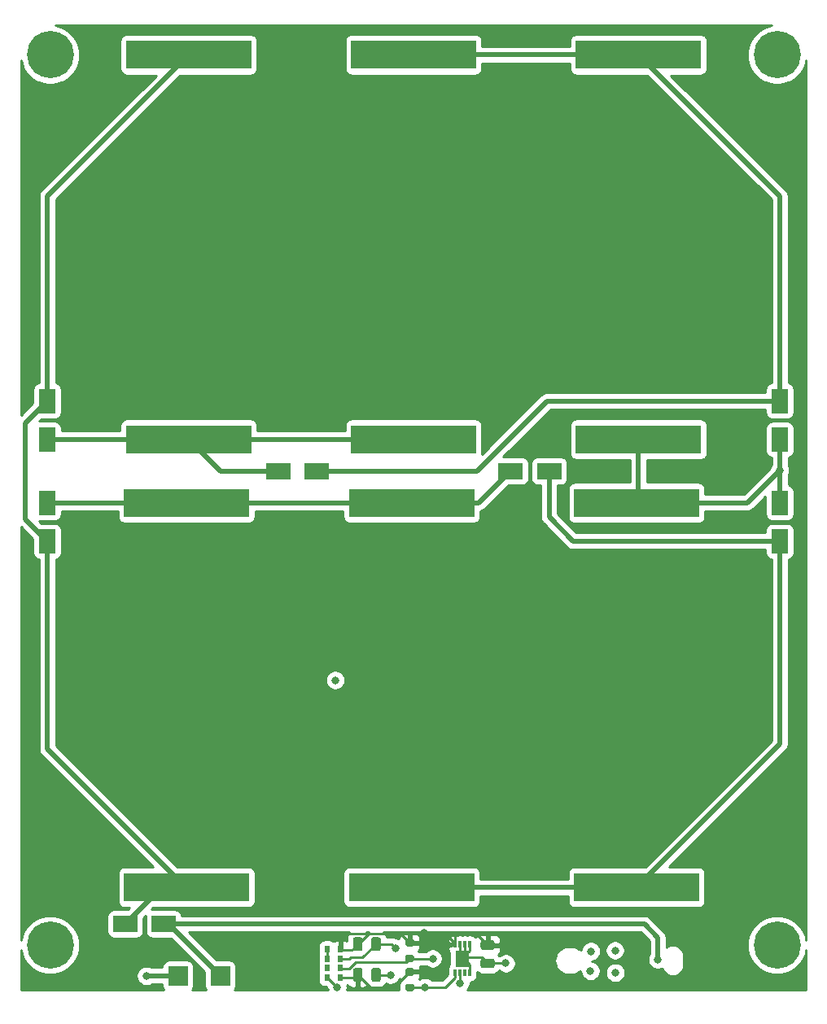
<source format=gbr>
%TF.GenerationSoftware,KiCad,Pcbnew,(5.1.10)-1*%
%TF.CreationDate,2022-11-16T11:33:55-08:00*%
%TF.ProjectId,XYFaces,58594661-6365-4732-9e6b-696361645f70,1.0*%
%TF.SameCoordinates,Original*%
%TF.FileFunction,Copper,L1,Top*%
%TF.FilePolarity,Positive*%
%FSLAX46Y46*%
G04 Gerber Fmt 4.6, Leading zero omitted, Abs format (unit mm)*
G04 Created by KiCad (PCBNEW (5.1.10)-1) date 2022-11-16 11:33:55*
%MOMM*%
%LPD*%
G01*
G04 APERTURE LIST*
%TA.AperFunction,SMDPad,CuDef*%
%ADD10R,0.300000X0.750000*%
%TD*%
%TA.AperFunction,SMDPad,CuDef*%
%ADD11R,1.450000X1.750000*%
%TD*%
%TA.AperFunction,SMDPad,CuDef*%
%ADD12R,13.000000X3.000000*%
%TD*%
%TA.AperFunction,SMDPad,CuDef*%
%ADD13R,0.600000X0.720000*%
%TD*%
%TA.AperFunction,SMDPad,CuDef*%
%ADD14R,1.700000X2.500000*%
%TD*%
%TA.AperFunction,SMDPad,CuDef*%
%ADD15R,2.500000X1.700000*%
%TD*%
%TA.AperFunction,ComponentPad*%
%ADD16C,4.900000*%
%TD*%
%TA.AperFunction,SMDPad,CuDef*%
%ADD17R,2.000000X2.000000*%
%TD*%
%TA.AperFunction,ViaPad*%
%ADD18C,0.800000*%
%TD*%
%TA.AperFunction,Conductor*%
%ADD19C,0.500000*%
%TD*%
%TA.AperFunction,Conductor*%
%ADD20C,0.250000*%
%TD*%
%TA.AperFunction,Conductor*%
%ADD21C,0.254000*%
%TD*%
%TA.AperFunction,Conductor*%
%ADD22C,0.100000*%
%TD*%
G04 APERTURE END LIST*
D10*
%TO.P,U2,5*%
%TO.N,GND*%
X140150000Y-136050000D03*
%TO.P,U2,6*%
X139650000Y-136050000D03*
%TO.P,U2,8*%
%TO.N,3V3*%
X138650000Y-136050000D03*
%TO.P,U2,7*%
%TO.N,GND*%
X139150000Y-136050000D03*
%TO.P,U2,4*%
X140150000Y-138950000D03*
%TO.P,U2,3*%
%TO.N,Net-(U2-Pad3)*%
X139650000Y-138950000D03*
%TO.P,U2,2*%
%TO.N,SCL*%
X139150000Y-138950000D03*
%TO.P,U2,1*%
%TO.N,SDA*%
X138650000Y-138950000D03*
D11*
%TO.P,U2,9*%
%TO.N,GND*%
X139400000Y-137500000D03*
%TD*%
D12*
%TO.P,SC1,2*%
%TO.N,Net-(D1-Pad2)*%
X110900000Y-83500000D03*
%TO.P,SC1,1*%
%TO.N,Net-(D1-Pad1)*%
X110900000Y-43500000D03*
%TD*%
%TO.P,SC4,2*%
%TO.N,Net-(D4-Pad2)*%
X110700000Y-90100000D03*
%TO.P,SC4,1*%
%TO.N,Net-(D1-Pad1)*%
X110700000Y-130100000D03*
%TD*%
D13*
%TO.P,U1,8*%
%TO.N,3V3*%
X126700000Y-139455000D03*
%TO.P,U1,5*%
X126700000Y-136545000D03*
%TO.P,U1,1*%
%TO.N,SDA*%
X125300000Y-139455000D03*
%TO.P,U1,4*%
%TO.N,Net-(U1-Pad3)*%
X125300000Y-136545000D03*
%TO.P,U1,3*%
X125300000Y-137515000D03*
%TO.P,U1,6*%
%TO.N,GND*%
X126700000Y-137515000D03*
%TO.P,U1,2*%
%TO.N,Net-(U1-Pad2)*%
X125300000Y-138485000D03*
%TO.P,U1,7*%
%TO.N,SCL*%
X126700000Y-138485000D03*
%TD*%
D14*
%TO.P,D1,2*%
%TO.N,Net-(D1-Pad2)*%
X96200000Y-83500000D03*
%TO.P,D1,1*%
%TO.N,Net-(D1-Pad1)*%
X96200000Y-79500000D03*
%TD*%
D12*
%TO.P,SC6,2*%
%TO.N,GND*%
X157500000Y-90100000D03*
%TO.P,SC6,1*%
%TO.N,Net-(D5-Pad2)*%
X157500000Y-130100000D03*
%TD*%
%TO.P,SC5,2*%
%TO.N,Net-(D5-Pad2)*%
X134100000Y-130100000D03*
%TO.P,SC5,1*%
%TO.N,Net-(D4-Pad2)*%
X134100000Y-90100000D03*
%TD*%
%TO.P,SC3,2*%
%TO.N,GND*%
X157700000Y-83500000D03*
%TO.P,SC3,1*%
%TO.N,Net-(D2-Pad2)*%
X157700000Y-43500000D03*
%TD*%
%TO.P,SC2,2*%
%TO.N,Net-(D2-Pad2)*%
X134300000Y-43500000D03*
%TO.P,SC2,1*%
%TO.N,Net-(D1-Pad2)*%
X134300000Y-83500000D03*
%TD*%
D15*
%TO.P,D7,2*%
%TO.N,Net-(D1-Pad1)*%
X104300000Y-133900000D03*
%TO.P,D7,1*%
%TO.N,VSOLAR*%
X108300000Y-133900000D03*
%TD*%
D14*
%TO.P,D6,2*%
%TO.N,GND*%
X172400000Y-90100000D03*
%TO.P,D6,1*%
%TO.N,Net-(D5-Pad2)*%
X172400000Y-94100000D03*
%TD*%
D15*
%TO.P,D5,2*%
%TO.N,Net-(D5-Pad2)*%
X148400000Y-86800000D03*
%TO.P,D5,1*%
%TO.N,Net-(D4-Pad2)*%
X144400000Y-86800000D03*
%TD*%
D14*
%TO.P,D4,2*%
%TO.N,Net-(D4-Pad2)*%
X96200000Y-90100000D03*
%TO.P,D4,1*%
%TO.N,Net-(D1-Pad1)*%
X96200000Y-94100000D03*
%TD*%
%TO.P,D3,2*%
%TO.N,GND*%
X172400000Y-83500000D03*
%TO.P,D3,1*%
%TO.N,Net-(D2-Pad2)*%
X172400000Y-79500000D03*
%TD*%
D15*
%TO.P,D2,2*%
%TO.N,Net-(D2-Pad2)*%
X124200000Y-86800000D03*
%TO.P,D2,1*%
%TO.N,Net-(D1-Pad2)*%
X120200000Y-86800000D03*
%TD*%
%TO.P,R2,2*%
%TO.N,SDA*%
%TA.AperFunction,SMDPad,CuDef*%
G36*
G01*
X133625000Y-140125000D02*
X134175000Y-140125000D01*
G75*
G02*
X134375000Y-140325000I0J-200000D01*
G01*
X134375000Y-140725000D01*
G75*
G02*
X134175000Y-140925000I-200000J0D01*
G01*
X133625000Y-140925000D01*
G75*
G02*
X133425000Y-140725000I0J200000D01*
G01*
X133425000Y-140325000D01*
G75*
G02*
X133625000Y-140125000I200000J0D01*
G01*
G37*
%TD.AperFunction*%
%TO.P,R2,1*%
%TO.N,3V3*%
%TA.AperFunction,SMDPad,CuDef*%
G36*
G01*
X133625000Y-138475000D02*
X134175000Y-138475000D01*
G75*
G02*
X134375000Y-138675000I0J-200000D01*
G01*
X134375000Y-139075000D01*
G75*
G02*
X134175000Y-139275000I-200000J0D01*
G01*
X133625000Y-139275000D01*
G75*
G02*
X133425000Y-139075000I0J200000D01*
G01*
X133425000Y-138675000D01*
G75*
G02*
X133625000Y-138475000I200000J0D01*
G01*
G37*
%TD.AperFunction*%
%TD*%
%TO.P,R1,2*%
%TO.N,SCL*%
%TA.AperFunction,SMDPad,CuDef*%
G36*
G01*
X133625000Y-137100000D02*
X134175000Y-137100000D01*
G75*
G02*
X134375000Y-137300000I0J-200000D01*
G01*
X134375000Y-137700000D01*
G75*
G02*
X134175000Y-137900000I-200000J0D01*
G01*
X133625000Y-137900000D01*
G75*
G02*
X133425000Y-137700000I0J200000D01*
G01*
X133425000Y-137300000D01*
G75*
G02*
X133625000Y-137100000I200000J0D01*
G01*
G37*
%TD.AperFunction*%
%TO.P,R1,1*%
%TO.N,3V3*%
%TA.AperFunction,SMDPad,CuDef*%
G36*
G01*
X133625000Y-135450000D02*
X134175000Y-135450000D01*
G75*
G02*
X134375000Y-135650000I0J-200000D01*
G01*
X134375000Y-136050000D01*
G75*
G02*
X134175000Y-136250000I-200000J0D01*
G01*
X133625000Y-136250000D01*
G75*
G02*
X133425000Y-136050000I0J200000D01*
G01*
X133425000Y-135650000D01*
G75*
G02*
X133625000Y-135450000I200000J0D01*
G01*
G37*
%TD.AperFunction*%
%TD*%
%TO.P,C3,2*%
%TO.N,GND*%
%TA.AperFunction,SMDPad,CuDef*%
G36*
G01*
X141525000Y-137500000D02*
X142475000Y-137500000D01*
G75*
G02*
X142725000Y-137750000I0J-250000D01*
G01*
X142725000Y-138250000D01*
G75*
G02*
X142475000Y-138500000I-250000J0D01*
G01*
X141525000Y-138500000D01*
G75*
G02*
X141275000Y-138250000I0J250000D01*
G01*
X141275000Y-137750000D01*
G75*
G02*
X141525000Y-137500000I250000J0D01*
G01*
G37*
%TD.AperFunction*%
%TO.P,C3,1*%
%TO.N,3V3*%
%TA.AperFunction,SMDPad,CuDef*%
G36*
G01*
X141525000Y-135600000D02*
X142475000Y-135600000D01*
G75*
G02*
X142725000Y-135850000I0J-250000D01*
G01*
X142725000Y-136350000D01*
G75*
G02*
X142475000Y-136600000I-250000J0D01*
G01*
X141525000Y-136600000D01*
G75*
G02*
X141275000Y-136350000I0J250000D01*
G01*
X141275000Y-135850000D01*
G75*
G02*
X141525000Y-135600000I250000J0D01*
G01*
G37*
%TD.AperFunction*%
%TD*%
%TO.P,C2,2*%
%TO.N,3V3*%
%TA.AperFunction,SMDPad,CuDef*%
G36*
G01*
X129000000Y-138725000D02*
X129000000Y-139675000D01*
G75*
G02*
X128750000Y-139925000I-250000J0D01*
G01*
X128250000Y-139925000D01*
G75*
G02*
X128000000Y-139675000I0J250000D01*
G01*
X128000000Y-138725000D01*
G75*
G02*
X128250000Y-138475000I250000J0D01*
G01*
X128750000Y-138475000D01*
G75*
G02*
X129000000Y-138725000I0J-250000D01*
G01*
G37*
%TD.AperFunction*%
%TO.P,C2,1*%
%TO.N,GND*%
%TA.AperFunction,SMDPad,CuDef*%
G36*
G01*
X130900000Y-138725000D02*
X130900000Y-139675000D01*
G75*
G02*
X130650000Y-139925000I-250000J0D01*
G01*
X130150000Y-139925000D01*
G75*
G02*
X129900000Y-139675000I0J250000D01*
G01*
X129900000Y-138725000D01*
G75*
G02*
X130150000Y-138475000I250000J0D01*
G01*
X130650000Y-138475000D01*
G75*
G02*
X130900000Y-138725000I0J-250000D01*
G01*
G37*
%TD.AperFunction*%
%TD*%
%TO.P,C1,2*%
%TO.N,GND*%
%TA.AperFunction,SMDPad,CuDef*%
G36*
G01*
X129900000Y-136475000D02*
X129900000Y-135525000D01*
G75*
G02*
X130150000Y-135275000I250000J0D01*
G01*
X130650000Y-135275000D01*
G75*
G02*
X130900000Y-135525000I0J-250000D01*
G01*
X130900000Y-136475000D01*
G75*
G02*
X130650000Y-136725000I-250000J0D01*
G01*
X130150000Y-136725000D01*
G75*
G02*
X129900000Y-136475000I0J250000D01*
G01*
G37*
%TD.AperFunction*%
%TO.P,C1,1*%
%TO.N,3V3*%
%TA.AperFunction,SMDPad,CuDef*%
G36*
G01*
X128000000Y-136475000D02*
X128000000Y-135525000D01*
G75*
G02*
X128250000Y-135275000I250000J0D01*
G01*
X128750000Y-135275000D01*
G75*
G02*
X129000000Y-135525000I0J-250000D01*
G01*
X129000000Y-136475000D01*
G75*
G02*
X128750000Y-136725000I-250000J0D01*
G01*
X128250000Y-136725000D01*
G75*
G02*
X128000000Y-136475000I0J250000D01*
G01*
G37*
%TD.AperFunction*%
%TD*%
D16*
%TO.P,J5,1*%
%TO.N,Net-(J5-Pad1)*%
X172100000Y-136100000D03*
%TD*%
%TO.P,J4,1*%
%TO.N,Net-(J4-Pad1)*%
X172100000Y-43500000D03*
%TD*%
%TO.P,J3,1*%
%TO.N,Net-(J3-Pad1)*%
X96500000Y-136100000D03*
%TD*%
%TO.P,J2,1*%
%TO.N,Net-(J2-Pad1)*%
X96500000Y-43500000D03*
%TD*%
D17*
%TO.P,J7,1*%
%TO.N,VSOLAR*%
X114200000Y-139300000D03*
%TD*%
%TO.P,J6,1*%
%TO.N,GND*%
X109800000Y-139300000D03*
%TD*%
D18*
%TO.N,GND*%
X131900000Y-139200000D03*
X132400000Y-136400000D03*
X106500000Y-139300000D03*
X172400000Y-86700000D03*
X143900000Y-138000000D03*
%TO.N,VSOLAR*%
X159700000Y-137600000D03*
%TO.N,SDA*%
X135500000Y-140500000D03*
X126375000Y-140525000D03*
X152700000Y-138800000D03*
%TO.N,SCL*%
X139150000Y-140050000D03*
X136300000Y-137500000D03*
X152750000Y-136750000D03*
%TO.N,3V3*%
X135400000Y-138600000D03*
X135400000Y-134800000D03*
X158550000Y-136450000D03*
X112450000Y-135250000D03*
X108550000Y-136300000D03*
%TO.N,Net-(J1-Pad10)*%
X126150000Y-108550000D03*
X155250000Y-136650000D03*
X155285000Y-138965000D03*
%TD*%
D19*
%TO.N,GND*%
X172400000Y-86700000D02*
X172400000Y-90100000D01*
X172400000Y-83500000D02*
X172400000Y-86700000D01*
X109800000Y-139300000D02*
X106500000Y-139300000D01*
D20*
X130400000Y-139200000D02*
X131900000Y-139200000D01*
X132000000Y-136000000D02*
X132400000Y-136400000D01*
X130400000Y-136000000D02*
X132000000Y-136000000D01*
X129000000Y-137400000D02*
X130400000Y-136000000D01*
X127800000Y-137400000D02*
X129000000Y-137400000D01*
X127630000Y-137570000D02*
X127800000Y-137400000D01*
X126700000Y-137570000D02*
X127630000Y-137570000D01*
X139150000Y-137150000D02*
X139400000Y-137400000D01*
X139150000Y-135950000D02*
X139150000Y-137150000D01*
X139650000Y-137150000D02*
X139400000Y-137400000D01*
X139650000Y-135950000D02*
X139650000Y-137150000D01*
X140150000Y-136650000D02*
X139400000Y-137400000D01*
X140150000Y-135950000D02*
X140150000Y-136650000D01*
X140150000Y-138150000D02*
X139400000Y-137400000D01*
X140150000Y-138850000D02*
X140150000Y-138150000D01*
X141400000Y-137400000D02*
X142000000Y-138000000D01*
X139400000Y-137400000D02*
X141400000Y-137400000D01*
X142000000Y-138000000D02*
X143900000Y-138000000D01*
X143900000Y-138000000D02*
X143900000Y-138000000D01*
D19*
X157700000Y-89900000D02*
X157500000Y-90100000D01*
X157700000Y-83500000D02*
X157700000Y-89900000D01*
X169000000Y-90100000D02*
X172400000Y-86700000D01*
X157500000Y-90100000D02*
X169000000Y-90100000D01*
%TO.N,VSOLAR*%
X108800000Y-133900000D02*
X114200000Y-139300000D01*
X108300000Y-133900000D02*
X108800000Y-133900000D01*
X108300000Y-133900000D02*
X155958002Y-133900000D01*
X155958002Y-133900000D02*
X158300000Y-133900000D01*
X158300000Y-133900000D02*
X159700000Y-135300000D01*
X159700000Y-135300000D02*
X159700000Y-137600000D01*
X159700000Y-137600000D02*
X159700000Y-137600000D01*
%TO.N,Net-(D1-Pad2)*%
X134300000Y-83500000D02*
X110900000Y-83500000D01*
X96200000Y-83500000D02*
X110900000Y-83500000D01*
X114200000Y-86800000D02*
X110900000Y-83500000D01*
X120200000Y-86800000D02*
X114200000Y-86800000D01*
%TO.N,Net-(D2-Pad2)*%
X157700000Y-43500000D02*
X134300000Y-43500000D01*
X172400000Y-58200000D02*
X157700000Y-43500000D01*
X172400000Y-79500000D02*
X172400000Y-58200000D01*
X148200000Y-79500000D02*
X172400000Y-79500000D01*
X140900000Y-86800000D02*
X148200000Y-79500000D01*
X124200000Y-86800000D02*
X140900000Y-86800000D01*
D20*
%TO.N,SDA*%
X126315000Y-140525000D02*
X126375000Y-140525000D01*
X125300000Y-139510000D02*
X126315000Y-140525000D01*
X135475000Y-140525000D02*
X135500000Y-140500000D01*
X138650000Y-138850000D02*
X138650000Y-139450000D01*
X137600000Y-140500000D02*
X135500000Y-140500000D01*
X138650000Y-139450000D02*
X137600000Y-140500000D01*
X133900000Y-140525000D02*
X135475000Y-140525000D01*
%TO.N,SCL*%
X133500000Y-137900000D02*
X133900000Y-137500000D01*
X128261810Y-137900000D02*
X133500000Y-137900000D01*
X133900000Y-137500000D02*
X135600000Y-137500000D01*
X127621810Y-138540000D02*
X128261810Y-137900000D01*
X126700000Y-138540000D02*
X127621810Y-138540000D01*
X139150000Y-138850000D02*
X139150000Y-139298022D01*
X139150000Y-138850000D02*
X139150000Y-140050000D01*
X139150000Y-140050000D02*
X139150000Y-140050000D01*
X135600000Y-137500000D02*
X136300000Y-137500000D01*
X136300000Y-137500000D02*
X136300000Y-137500000D01*
D19*
%TO.N,Net-(D4-Pad2)*%
X134100000Y-90100000D02*
X110600000Y-90100000D01*
X96200000Y-90100000D02*
X110600000Y-90100000D01*
X141100000Y-90100000D02*
X144400000Y-86800000D01*
X134100000Y-90100000D02*
X141100000Y-90100000D01*
D20*
%TO.N,Net-(U1-Pad3)*%
X125300000Y-136600000D02*
X125300000Y-137570000D01*
%TO.N,3V3*%
X128190000Y-139510000D02*
X128500000Y-139200000D01*
X126700000Y-139510000D02*
X128190000Y-139510000D01*
X128500000Y-136000000D02*
X129600000Y-134900000D01*
X132950000Y-134900000D02*
X133900000Y-135850000D01*
X129600000Y-134900000D02*
X132950000Y-134900000D01*
X135300000Y-134900000D02*
X135400000Y-134800000D01*
X132950000Y-134900000D02*
X135300000Y-134900000D01*
X135125000Y-138875000D02*
X135400000Y-138600000D01*
X133900000Y-138875000D02*
X135125000Y-138875000D01*
X137500000Y-134800000D02*
X138650000Y-135950000D01*
X127900000Y-136600000D02*
X128500000Y-136000000D01*
X126700000Y-136600000D02*
X127900000Y-136600000D01*
X129800000Y-140500000D02*
X132275000Y-140500000D01*
X128500000Y-139200000D02*
X129800000Y-140500000D01*
X135400000Y-134800000D02*
X137300000Y-134800000D01*
X140700000Y-134800000D02*
X142000000Y-136100000D01*
X137300000Y-134800000D02*
X137500000Y-134800000D01*
X140700000Y-134800000D02*
X154700000Y-134800000D01*
X154700000Y-134800000D02*
X155600000Y-134800000D01*
X132275000Y-140500000D02*
X133900000Y-138875000D01*
X154700000Y-134800000D02*
X156900000Y-134800000D01*
X156900000Y-134800000D02*
X158550000Y-136450000D01*
X158550000Y-136450000D02*
X158550000Y-136450000D01*
X129600000Y-134900000D02*
X122000000Y-134900000D01*
X122000000Y-134900000D02*
X120100000Y-136800000D01*
X138650000Y-136050000D02*
X137700000Y-136050000D01*
X138650000Y-134850000D02*
X138600000Y-134800000D01*
X138650000Y-136050000D02*
X138650000Y-134850000D01*
X138600000Y-134800000D02*
X140700000Y-134800000D01*
X137300000Y-134800000D02*
X138600000Y-134800000D01*
D19*
%TO.N,Net-(D1-Pad1)*%
X96200000Y-94100000D02*
X93900000Y-91800000D01*
X93900000Y-81800000D02*
X96200000Y-79500000D01*
X93900000Y-91800000D02*
X93900000Y-81800000D01*
X96200000Y-58200000D02*
X110900000Y-43500000D01*
X96200000Y-79500000D02*
X96200000Y-58200000D01*
X96200000Y-115700000D02*
X110600000Y-130100000D01*
X96200000Y-94100000D02*
X96200000Y-115700000D01*
X108100000Y-130100000D02*
X110600000Y-130100000D01*
X104300000Y-133900000D02*
X108100000Y-130100000D01*
%TO.N,Net-(D5-Pad2)*%
X157500000Y-130100000D02*
X134100000Y-130100000D01*
X172400000Y-115200000D02*
X157500000Y-130100000D01*
X172400000Y-94100000D02*
X172400000Y-115200000D01*
X172400000Y-94100000D02*
X150900000Y-94100000D01*
X148400000Y-91600000D02*
X148400000Y-86800000D01*
X150900000Y-94100000D02*
X148400000Y-91600000D01*
%TD*%
D21*
%TO.N,3V3*%
X94711928Y-93863507D02*
X94711928Y-95350000D01*
X94724188Y-95474482D01*
X94760498Y-95594180D01*
X94819463Y-95704494D01*
X94898815Y-95801185D01*
X94995506Y-95880537D01*
X95105820Y-95939502D01*
X95225518Y-95975812D01*
X95315000Y-95984625D01*
X95315001Y-115656521D01*
X95310719Y-115700000D01*
X95327805Y-115873490D01*
X95378412Y-116040313D01*
X95460590Y-116194059D01*
X95543468Y-116295046D01*
X95543471Y-116295049D01*
X95571184Y-116328817D01*
X95604952Y-116356530D01*
X107210349Y-127961928D01*
X104200000Y-127961928D01*
X104075518Y-127974188D01*
X103955820Y-128010498D01*
X103845506Y-128069463D01*
X103748815Y-128148815D01*
X103669463Y-128245506D01*
X103610498Y-128355820D01*
X103574188Y-128475518D01*
X103561928Y-128600000D01*
X103561928Y-131600000D01*
X103574188Y-131724482D01*
X103610498Y-131844180D01*
X103669463Y-131954494D01*
X103748815Y-132051185D01*
X103845506Y-132130537D01*
X103955820Y-132189502D01*
X104075518Y-132225812D01*
X104200000Y-132238072D01*
X104710350Y-132238072D01*
X104536494Y-132411928D01*
X103050000Y-132411928D01*
X102925518Y-132424188D01*
X102805820Y-132460498D01*
X102695506Y-132519463D01*
X102598815Y-132598815D01*
X102519463Y-132695506D01*
X102460498Y-132805820D01*
X102424188Y-132925518D01*
X102411928Y-133050000D01*
X102411928Y-134750000D01*
X102424188Y-134874482D01*
X102460498Y-134994180D01*
X102519463Y-135104494D01*
X102598815Y-135201185D01*
X102695506Y-135280537D01*
X102805820Y-135339502D01*
X102925518Y-135375812D01*
X103050000Y-135388072D01*
X105550000Y-135388072D01*
X105674482Y-135375812D01*
X105794180Y-135339502D01*
X105904494Y-135280537D01*
X106001185Y-135201185D01*
X106080537Y-135104494D01*
X106139502Y-134994180D01*
X106175812Y-134874482D01*
X106188072Y-134750000D01*
X106188072Y-133263506D01*
X106413059Y-133038520D01*
X106411928Y-133050000D01*
X106411928Y-134750000D01*
X106424188Y-134874482D01*
X106460498Y-134994180D01*
X106519463Y-135104494D01*
X106598815Y-135201185D01*
X106695506Y-135280537D01*
X106805820Y-135339502D01*
X106925518Y-135375812D01*
X107050000Y-135388072D01*
X109036494Y-135388072D01*
X112561928Y-138913507D01*
X112561928Y-140300000D01*
X112574188Y-140424482D01*
X112610498Y-140544180D01*
X112669463Y-140654494D01*
X112739636Y-140740000D01*
X111260364Y-140740000D01*
X111330537Y-140654494D01*
X111389502Y-140544180D01*
X111425812Y-140424482D01*
X111438072Y-140300000D01*
X111438072Y-138300000D01*
X111425812Y-138175518D01*
X111389502Y-138055820D01*
X111330537Y-137945506D01*
X111251185Y-137848815D01*
X111154494Y-137769463D01*
X111044180Y-137710498D01*
X110924482Y-137674188D01*
X110800000Y-137661928D01*
X108800000Y-137661928D01*
X108675518Y-137674188D01*
X108555820Y-137710498D01*
X108445506Y-137769463D01*
X108348815Y-137848815D01*
X108269463Y-137945506D01*
X108210498Y-138055820D01*
X108174188Y-138175518D01*
X108161928Y-138300000D01*
X108161928Y-138415000D01*
X107038454Y-138415000D01*
X106990256Y-138382795D01*
X106801898Y-138304774D01*
X106601939Y-138265000D01*
X106398061Y-138265000D01*
X106198102Y-138304774D01*
X106009744Y-138382795D01*
X105840226Y-138496063D01*
X105696063Y-138640226D01*
X105582795Y-138809744D01*
X105504774Y-138998102D01*
X105465000Y-139198061D01*
X105465000Y-139401939D01*
X105504774Y-139601898D01*
X105582795Y-139790256D01*
X105696063Y-139959774D01*
X105840226Y-140103937D01*
X106009744Y-140217205D01*
X106198102Y-140295226D01*
X106398061Y-140335000D01*
X106601939Y-140335000D01*
X106801898Y-140295226D01*
X106990256Y-140217205D01*
X107038454Y-140185000D01*
X108161928Y-140185000D01*
X108161928Y-140300000D01*
X108174188Y-140424482D01*
X108210498Y-140544180D01*
X108269463Y-140654494D01*
X108339636Y-140740000D01*
X93460000Y-140740000D01*
X93460000Y-136630076D01*
X93533555Y-136999861D01*
X93766108Y-137561295D01*
X94103724Y-138066573D01*
X94533427Y-138496276D01*
X95038705Y-138833892D01*
X95600139Y-139066445D01*
X96196154Y-139185000D01*
X96803846Y-139185000D01*
X97399861Y-139066445D01*
X97961295Y-138833892D01*
X98466573Y-138496276D01*
X98896276Y-138066573D01*
X99233892Y-137561295D01*
X99466445Y-136999861D01*
X99585000Y-136403846D01*
X99585000Y-135796154D01*
X99466445Y-135200139D01*
X99233892Y-134638705D01*
X98896276Y-134133427D01*
X98466573Y-133703724D01*
X97961295Y-133366108D01*
X97399861Y-133133555D01*
X96803846Y-133015000D01*
X96196154Y-133015000D01*
X95600139Y-133133555D01*
X95038705Y-133366108D01*
X94533427Y-133703724D01*
X94103724Y-134133427D01*
X93766108Y-134638705D01*
X93533555Y-135200139D01*
X93460000Y-135569924D01*
X93460000Y-92611578D01*
X94711928Y-93863507D01*
%TA.AperFunction,Conductor*%
D22*
G36*
X94711928Y-93863507D02*
G01*
X94711928Y-95350000D01*
X94724188Y-95474482D01*
X94760498Y-95594180D01*
X94819463Y-95704494D01*
X94898815Y-95801185D01*
X94995506Y-95880537D01*
X95105820Y-95939502D01*
X95225518Y-95975812D01*
X95315000Y-95984625D01*
X95315001Y-115656521D01*
X95310719Y-115700000D01*
X95327805Y-115873490D01*
X95378412Y-116040313D01*
X95460590Y-116194059D01*
X95543468Y-116295046D01*
X95543471Y-116295049D01*
X95571184Y-116328817D01*
X95604952Y-116356530D01*
X107210349Y-127961928D01*
X104200000Y-127961928D01*
X104075518Y-127974188D01*
X103955820Y-128010498D01*
X103845506Y-128069463D01*
X103748815Y-128148815D01*
X103669463Y-128245506D01*
X103610498Y-128355820D01*
X103574188Y-128475518D01*
X103561928Y-128600000D01*
X103561928Y-131600000D01*
X103574188Y-131724482D01*
X103610498Y-131844180D01*
X103669463Y-131954494D01*
X103748815Y-132051185D01*
X103845506Y-132130537D01*
X103955820Y-132189502D01*
X104075518Y-132225812D01*
X104200000Y-132238072D01*
X104710350Y-132238072D01*
X104536494Y-132411928D01*
X103050000Y-132411928D01*
X102925518Y-132424188D01*
X102805820Y-132460498D01*
X102695506Y-132519463D01*
X102598815Y-132598815D01*
X102519463Y-132695506D01*
X102460498Y-132805820D01*
X102424188Y-132925518D01*
X102411928Y-133050000D01*
X102411928Y-134750000D01*
X102424188Y-134874482D01*
X102460498Y-134994180D01*
X102519463Y-135104494D01*
X102598815Y-135201185D01*
X102695506Y-135280537D01*
X102805820Y-135339502D01*
X102925518Y-135375812D01*
X103050000Y-135388072D01*
X105550000Y-135388072D01*
X105674482Y-135375812D01*
X105794180Y-135339502D01*
X105904494Y-135280537D01*
X106001185Y-135201185D01*
X106080537Y-135104494D01*
X106139502Y-134994180D01*
X106175812Y-134874482D01*
X106188072Y-134750000D01*
X106188072Y-133263506D01*
X106413059Y-133038520D01*
X106411928Y-133050000D01*
X106411928Y-134750000D01*
X106424188Y-134874482D01*
X106460498Y-134994180D01*
X106519463Y-135104494D01*
X106598815Y-135201185D01*
X106695506Y-135280537D01*
X106805820Y-135339502D01*
X106925518Y-135375812D01*
X107050000Y-135388072D01*
X109036494Y-135388072D01*
X112561928Y-138913507D01*
X112561928Y-140300000D01*
X112574188Y-140424482D01*
X112610498Y-140544180D01*
X112669463Y-140654494D01*
X112739636Y-140740000D01*
X111260364Y-140740000D01*
X111330537Y-140654494D01*
X111389502Y-140544180D01*
X111425812Y-140424482D01*
X111438072Y-140300000D01*
X111438072Y-138300000D01*
X111425812Y-138175518D01*
X111389502Y-138055820D01*
X111330537Y-137945506D01*
X111251185Y-137848815D01*
X111154494Y-137769463D01*
X111044180Y-137710498D01*
X110924482Y-137674188D01*
X110800000Y-137661928D01*
X108800000Y-137661928D01*
X108675518Y-137674188D01*
X108555820Y-137710498D01*
X108445506Y-137769463D01*
X108348815Y-137848815D01*
X108269463Y-137945506D01*
X108210498Y-138055820D01*
X108174188Y-138175518D01*
X108161928Y-138300000D01*
X108161928Y-138415000D01*
X107038454Y-138415000D01*
X106990256Y-138382795D01*
X106801898Y-138304774D01*
X106601939Y-138265000D01*
X106398061Y-138265000D01*
X106198102Y-138304774D01*
X106009744Y-138382795D01*
X105840226Y-138496063D01*
X105696063Y-138640226D01*
X105582795Y-138809744D01*
X105504774Y-138998102D01*
X105465000Y-139198061D01*
X105465000Y-139401939D01*
X105504774Y-139601898D01*
X105582795Y-139790256D01*
X105696063Y-139959774D01*
X105840226Y-140103937D01*
X106009744Y-140217205D01*
X106198102Y-140295226D01*
X106398061Y-140335000D01*
X106601939Y-140335000D01*
X106801898Y-140295226D01*
X106990256Y-140217205D01*
X107038454Y-140185000D01*
X108161928Y-140185000D01*
X108161928Y-140300000D01*
X108174188Y-140424482D01*
X108210498Y-140544180D01*
X108269463Y-140654494D01*
X108339636Y-140740000D01*
X93460000Y-140740000D01*
X93460000Y-136630076D01*
X93533555Y-136999861D01*
X93766108Y-137561295D01*
X94103724Y-138066573D01*
X94533427Y-138496276D01*
X95038705Y-138833892D01*
X95600139Y-139066445D01*
X96196154Y-139185000D01*
X96803846Y-139185000D01*
X97399861Y-139066445D01*
X97961295Y-138833892D01*
X98466573Y-138496276D01*
X98896276Y-138066573D01*
X99233892Y-137561295D01*
X99466445Y-136999861D01*
X99585000Y-136403846D01*
X99585000Y-135796154D01*
X99466445Y-135200139D01*
X99233892Y-134638705D01*
X98896276Y-134133427D01*
X98466573Y-133703724D01*
X97961295Y-133366108D01*
X97399861Y-133133555D01*
X96803846Y-133015000D01*
X96196154Y-133015000D01*
X95600139Y-133133555D01*
X95038705Y-133366108D01*
X94533427Y-133703724D01*
X94103724Y-134133427D01*
X93766108Y-134638705D01*
X93533555Y-135200139D01*
X93460000Y-135569924D01*
X93460000Y-92611578D01*
X94711928Y-93863507D01*
G37*
%TD.AperFunction*%
D21*
X171200139Y-40533555D02*
X170638705Y-40766108D01*
X170133427Y-41103724D01*
X169703724Y-41533427D01*
X169366108Y-42038705D01*
X169133555Y-42600139D01*
X169015000Y-43196154D01*
X169015000Y-43803846D01*
X169133555Y-44399861D01*
X169366108Y-44961295D01*
X169703724Y-45466573D01*
X170133427Y-45896276D01*
X170638705Y-46233892D01*
X171200139Y-46466445D01*
X171796154Y-46585000D01*
X172403846Y-46585000D01*
X172999861Y-46466445D01*
X173561295Y-46233892D01*
X174066573Y-45896276D01*
X174496276Y-45466573D01*
X174833892Y-44961295D01*
X175066445Y-44399861D01*
X175140001Y-44030071D01*
X175140000Y-135569924D01*
X175066445Y-135200139D01*
X174833892Y-134638705D01*
X174496276Y-134133427D01*
X174066573Y-133703724D01*
X173561295Y-133366108D01*
X172999861Y-133133555D01*
X172403846Y-133015000D01*
X171796154Y-133015000D01*
X171200139Y-133133555D01*
X170638705Y-133366108D01*
X170133427Y-133703724D01*
X169703724Y-134133427D01*
X169366108Y-134638705D01*
X169133555Y-135200139D01*
X169015000Y-135796154D01*
X169015000Y-136403846D01*
X169133555Y-136999861D01*
X169366108Y-137561295D01*
X169703724Y-138066573D01*
X170133427Y-138496276D01*
X170638705Y-138833892D01*
X171200139Y-139066445D01*
X171796154Y-139185000D01*
X172403846Y-139185000D01*
X172999861Y-139066445D01*
X173561295Y-138833892D01*
X174066573Y-138496276D01*
X174496276Y-138066573D01*
X174833892Y-137561295D01*
X175066445Y-136999861D01*
X175140000Y-136630076D01*
X175140000Y-140740000D01*
X139923711Y-140740000D01*
X139953937Y-140709774D01*
X140067205Y-140540256D01*
X140145226Y-140351898D01*
X140185000Y-140151939D01*
X140185000Y-139963072D01*
X140300000Y-139963072D01*
X140424482Y-139950812D01*
X140544180Y-139914502D01*
X140654494Y-139855537D01*
X140751185Y-139776185D01*
X140830537Y-139679494D01*
X140889502Y-139569180D01*
X140925812Y-139449482D01*
X140938072Y-139325000D01*
X140938072Y-138911638D01*
X141031614Y-138988405D01*
X141185150Y-139070472D01*
X141351746Y-139121008D01*
X141525000Y-139138072D01*
X142475000Y-139138072D01*
X142648254Y-139121008D01*
X142814850Y-139070472D01*
X142968386Y-138988405D01*
X143102962Y-138877962D01*
X143198201Y-138761912D01*
X143240226Y-138803937D01*
X143409744Y-138917205D01*
X143598102Y-138995226D01*
X143798061Y-139035000D01*
X144001939Y-139035000D01*
X144201898Y-138995226D01*
X144390256Y-138917205D01*
X144559774Y-138803937D01*
X144703937Y-138659774D01*
X144817205Y-138490256D01*
X144895226Y-138301898D01*
X144935000Y-138101939D01*
X144935000Y-137898061D01*
X144895604Y-137700000D01*
X148977936Y-137700000D01*
X149006125Y-137986210D01*
X149089610Y-138261421D01*
X149225181Y-138515057D01*
X149407629Y-138737371D01*
X149629943Y-138919819D01*
X149883579Y-139055390D01*
X150158790Y-139138875D01*
X150373277Y-139160000D01*
X150766723Y-139160000D01*
X150981210Y-139138875D01*
X151256421Y-139055390D01*
X151510057Y-138919819D01*
X151665000Y-138792661D01*
X151665000Y-138901939D01*
X151704774Y-139101898D01*
X151782795Y-139290256D01*
X151896063Y-139459774D01*
X152040226Y-139603937D01*
X152209744Y-139717205D01*
X152398102Y-139795226D01*
X152598061Y-139835000D01*
X152801939Y-139835000D01*
X153001898Y-139795226D01*
X153190256Y-139717205D01*
X153359774Y-139603937D01*
X153503937Y-139459774D01*
X153617205Y-139290256D01*
X153695226Y-139101898D01*
X153735000Y-138901939D01*
X153735000Y-138863061D01*
X154250000Y-138863061D01*
X154250000Y-139066939D01*
X154289774Y-139266898D01*
X154367795Y-139455256D01*
X154481063Y-139624774D01*
X154625226Y-139768937D01*
X154794744Y-139882205D01*
X154983102Y-139960226D01*
X155183061Y-140000000D01*
X155386939Y-140000000D01*
X155586898Y-139960226D01*
X155775256Y-139882205D01*
X155944774Y-139768937D01*
X156088937Y-139624774D01*
X156202205Y-139455256D01*
X156280226Y-139266898D01*
X156320000Y-139066939D01*
X156320000Y-138863061D01*
X156280226Y-138663102D01*
X156202205Y-138474744D01*
X156088937Y-138305226D01*
X155944774Y-138161063D01*
X155775256Y-138047795D01*
X155586898Y-137969774D01*
X155386939Y-137930000D01*
X155183061Y-137930000D01*
X154983102Y-137969774D01*
X154794744Y-138047795D01*
X154625226Y-138161063D01*
X154481063Y-138305226D01*
X154367795Y-138474744D01*
X154289774Y-138663102D01*
X154250000Y-138863061D01*
X153735000Y-138863061D01*
X153735000Y-138698061D01*
X153695226Y-138498102D01*
X153617205Y-138309744D01*
X153503937Y-138140226D01*
X153359774Y-137996063D01*
X153190256Y-137882795D01*
X153001898Y-137804774D01*
X152877213Y-137779973D01*
X153051898Y-137745226D01*
X153240256Y-137667205D01*
X153409774Y-137553937D01*
X153553937Y-137409774D01*
X153667205Y-137240256D01*
X153745226Y-137051898D01*
X153785000Y-136851939D01*
X153785000Y-136648061D01*
X153765109Y-136548061D01*
X154215000Y-136548061D01*
X154215000Y-136751939D01*
X154254774Y-136951898D01*
X154332795Y-137140256D01*
X154446063Y-137309774D01*
X154590226Y-137453937D01*
X154759744Y-137567205D01*
X154948102Y-137645226D01*
X155148061Y-137685000D01*
X155351939Y-137685000D01*
X155551898Y-137645226D01*
X155740256Y-137567205D01*
X155909774Y-137453937D01*
X156053937Y-137309774D01*
X156167205Y-137140256D01*
X156245226Y-136951898D01*
X156285000Y-136751939D01*
X156285000Y-136548061D01*
X156245226Y-136348102D01*
X156167205Y-136159744D01*
X156053937Y-135990226D01*
X155909774Y-135846063D01*
X155740256Y-135732795D01*
X155551898Y-135654774D01*
X155351939Y-135615000D01*
X155148061Y-135615000D01*
X154948102Y-135654774D01*
X154759744Y-135732795D01*
X154590226Y-135846063D01*
X154446063Y-135990226D01*
X154332795Y-136159744D01*
X154254774Y-136348102D01*
X154215000Y-136548061D01*
X153765109Y-136548061D01*
X153745226Y-136448102D01*
X153667205Y-136259744D01*
X153553937Y-136090226D01*
X153409774Y-135946063D01*
X153240256Y-135832795D01*
X153051898Y-135754774D01*
X152851939Y-135715000D01*
X152648061Y-135715000D01*
X152448102Y-135754774D01*
X152259744Y-135832795D01*
X152090226Y-135946063D01*
X151946063Y-136090226D01*
X151832795Y-136259744D01*
X151754774Y-136448102D01*
X151715000Y-136648061D01*
X151715000Y-136648373D01*
X151510057Y-136480181D01*
X151256421Y-136344610D01*
X150981210Y-136261125D01*
X150766723Y-136240000D01*
X150373277Y-136240000D01*
X150158790Y-136261125D01*
X149883579Y-136344610D01*
X149629943Y-136480181D01*
X149407629Y-136662629D01*
X149225181Y-136884943D01*
X149089610Y-137138579D01*
X149006125Y-137413790D01*
X148977936Y-137700000D01*
X144895604Y-137700000D01*
X144895226Y-137698102D01*
X144817205Y-137509744D01*
X144703937Y-137340226D01*
X144559774Y-137196063D01*
X144390256Y-137082795D01*
X144201898Y-137004774D01*
X144001939Y-136965000D01*
X143798061Y-136965000D01*
X143598102Y-137004774D01*
X143409744Y-137082795D01*
X143240226Y-137196063D01*
X143198201Y-137238088D01*
X143102962Y-137122038D01*
X143096406Y-137116658D01*
X143176185Y-137051185D01*
X143255537Y-136954494D01*
X143314502Y-136844180D01*
X143350812Y-136724482D01*
X143363072Y-136600000D01*
X143360000Y-136385750D01*
X143201250Y-136227000D01*
X142127000Y-136227000D01*
X142127000Y-136247000D01*
X141873000Y-136247000D01*
X141873000Y-136227000D01*
X141853000Y-136227000D01*
X141853000Y-135973000D01*
X141873000Y-135973000D01*
X141873000Y-135123750D01*
X142127000Y-135123750D01*
X142127000Y-135973000D01*
X143201250Y-135973000D01*
X143360000Y-135814250D01*
X143363072Y-135600000D01*
X143350812Y-135475518D01*
X143314502Y-135355820D01*
X143255537Y-135245506D01*
X143176185Y-135148815D01*
X143079494Y-135069463D01*
X142969180Y-135010498D01*
X142849482Y-134974188D01*
X142725000Y-134961928D01*
X142285750Y-134965000D01*
X142127000Y-135123750D01*
X141873000Y-135123750D01*
X141714250Y-134965000D01*
X141275000Y-134961928D01*
X141150518Y-134974188D01*
X141030820Y-135010498D01*
X140920506Y-135069463D01*
X140823815Y-135148815D01*
X140756725Y-135230565D01*
X140751185Y-135223815D01*
X140654494Y-135144463D01*
X140544180Y-135085498D01*
X140424482Y-135049188D01*
X140300000Y-135036928D01*
X140000000Y-135036928D01*
X139900000Y-135046777D01*
X139800000Y-135036928D01*
X139500000Y-135036928D01*
X139400000Y-135046777D01*
X139300000Y-135036928D01*
X139000000Y-135036928D01*
X138895267Y-135047243D01*
X138831750Y-135040000D01*
X138799503Y-135072247D01*
X138755820Y-135085498D01*
X138645506Y-135144463D01*
X138605525Y-135177275D01*
X138468250Y-135040000D01*
X138361209Y-135052206D01*
X138242374Y-135091249D01*
X138133440Y-135152726D01*
X138038593Y-135234274D01*
X137961478Y-135332758D01*
X137905057Y-135444395D01*
X137871500Y-135564893D01*
X137862096Y-135689623D01*
X137865000Y-135764250D01*
X138023750Y-135923000D01*
X138361928Y-135923000D01*
X138361928Y-136072322D01*
X138320506Y-136094463D01*
X138223815Y-136173815D01*
X138221201Y-136177000D01*
X138023750Y-136177000D01*
X137865000Y-136335750D01*
X137862096Y-136410377D01*
X137871500Y-136535107D01*
X137905057Y-136655605D01*
X137961478Y-136767242D01*
X138036928Y-136863600D01*
X138036928Y-138138299D01*
X137969463Y-138220506D01*
X137910498Y-138330820D01*
X137874188Y-138450518D01*
X137861928Y-138575000D01*
X137861928Y-139163270D01*
X137285199Y-139740000D01*
X136203711Y-139740000D01*
X136159774Y-139696063D01*
X135990256Y-139582795D01*
X135801898Y-139504774D01*
X135601939Y-139465000D01*
X135398061Y-139465000D01*
X135198102Y-139504774D01*
X135009744Y-139582795D01*
X134863872Y-139680264D01*
X134905537Y-139629494D01*
X134964502Y-139519180D01*
X135000812Y-139399482D01*
X135013072Y-139275000D01*
X135010000Y-139160750D01*
X134851250Y-139002000D01*
X134027000Y-139002000D01*
X134027000Y-139022000D01*
X133773000Y-139022000D01*
X133773000Y-139002000D01*
X133753000Y-139002000D01*
X133753000Y-138748000D01*
X133773000Y-138748000D01*
X133773000Y-138728000D01*
X134027000Y-138728000D01*
X134027000Y-138748000D01*
X134851250Y-138748000D01*
X135010000Y-138589250D01*
X135013072Y-138475000D01*
X135000812Y-138350518D01*
X134973354Y-138260000D01*
X135596289Y-138260000D01*
X135640226Y-138303937D01*
X135809744Y-138417205D01*
X135998102Y-138495226D01*
X136198061Y-138535000D01*
X136401939Y-138535000D01*
X136601898Y-138495226D01*
X136790256Y-138417205D01*
X136959774Y-138303937D01*
X137103937Y-138159774D01*
X137217205Y-137990256D01*
X137295226Y-137801898D01*
X137335000Y-137601939D01*
X137335000Y-137398061D01*
X137295226Y-137198102D01*
X137217205Y-137009744D01*
X137103937Y-136840226D01*
X136959774Y-136696063D01*
X136790256Y-136582795D01*
X136601898Y-136504774D01*
X136401939Y-136465000D01*
X136198061Y-136465000D01*
X135998102Y-136504774D01*
X135809744Y-136582795D01*
X135640226Y-136696063D01*
X135596289Y-136740000D01*
X134794365Y-136740000D01*
X134788137Y-136732410D01*
X134826185Y-136701185D01*
X134905537Y-136604494D01*
X134964502Y-136494180D01*
X135000812Y-136374482D01*
X135013072Y-136250000D01*
X135010000Y-136135750D01*
X134851250Y-135977000D01*
X134027000Y-135977000D01*
X134027000Y-135997000D01*
X133773000Y-135997000D01*
X133773000Y-135977000D01*
X133753000Y-135977000D01*
X133753000Y-135723000D01*
X133773000Y-135723000D01*
X133773000Y-134973750D01*
X134027000Y-134973750D01*
X134027000Y-135723000D01*
X134851250Y-135723000D01*
X135010000Y-135564250D01*
X135013072Y-135450000D01*
X135000812Y-135325518D01*
X134964502Y-135205820D01*
X134905537Y-135095506D01*
X134826185Y-134998815D01*
X134729494Y-134919463D01*
X134619180Y-134860498D01*
X134499482Y-134824188D01*
X134375000Y-134811928D01*
X134185750Y-134815000D01*
X134027000Y-134973750D01*
X133773000Y-134973750D01*
X133614250Y-134815000D01*
X133425000Y-134811928D01*
X133300518Y-134824188D01*
X133180820Y-134860498D01*
X133070506Y-134919463D01*
X132973815Y-134998815D01*
X132894463Y-135095506D01*
X132835498Y-135205820D01*
X132799188Y-135325518D01*
X132787875Y-135440387D01*
X132701898Y-135404774D01*
X132501939Y-135365000D01*
X132424227Y-135365000D01*
X132292247Y-135294454D01*
X132148986Y-135250997D01*
X132037333Y-135240000D01*
X132037322Y-135240000D01*
X132000000Y-135236324D01*
X131962678Y-135240000D01*
X131487110Y-135240000D01*
X131470472Y-135185150D01*
X131388405Y-135031614D01*
X131277962Y-134897038D01*
X131143386Y-134786595D01*
X131140402Y-134785000D01*
X157933422Y-134785000D01*
X158815000Y-135666579D01*
X158815001Y-137061545D01*
X158782795Y-137109744D01*
X158704774Y-137298102D01*
X158665000Y-137498061D01*
X158665000Y-137701939D01*
X158704774Y-137901898D01*
X158782795Y-138090256D01*
X158896063Y-138259774D01*
X159040226Y-138403937D01*
X159209744Y-138517205D01*
X159398102Y-138595226D01*
X159598061Y-138635000D01*
X159801939Y-138635000D01*
X160001898Y-138595226D01*
X160188017Y-138518132D01*
X160216324Y-138611446D01*
X160321716Y-138808623D01*
X160463551Y-138981449D01*
X160636377Y-139123284D01*
X160833553Y-139228676D01*
X161047501Y-139293577D01*
X161270000Y-139315491D01*
X161492498Y-139293577D01*
X161706446Y-139228676D01*
X161903623Y-139123284D01*
X162076449Y-138981449D01*
X162218284Y-138808623D01*
X162323676Y-138611447D01*
X162388577Y-138397499D01*
X162405000Y-138230752D01*
X162405000Y-137169249D01*
X162388577Y-137002501D01*
X162323676Y-136788553D01*
X162218284Y-136591377D01*
X162076449Y-136418551D01*
X161903623Y-136276716D01*
X161706447Y-136171324D01*
X161492499Y-136106423D01*
X161270000Y-136084509D01*
X161047502Y-136106423D01*
X160833554Y-136171324D01*
X160636378Y-136276716D01*
X160585000Y-136318881D01*
X160585000Y-135343469D01*
X160589281Y-135300000D01*
X160585000Y-135256531D01*
X160585000Y-135256523D01*
X160572195Y-135126510D01*
X160565517Y-135104494D01*
X160543167Y-135030820D01*
X160521589Y-134959687D01*
X160439411Y-134805941D01*
X160388957Y-134744463D01*
X160356532Y-134704953D01*
X160356530Y-134704951D01*
X160328817Y-134671183D01*
X160295050Y-134643471D01*
X158956532Y-133304954D01*
X158928817Y-133271183D01*
X158794059Y-133160589D01*
X158640313Y-133078411D01*
X158473490Y-133027805D01*
X158343477Y-133015000D01*
X158343469Y-133015000D01*
X158300000Y-133010719D01*
X158256531Y-133015000D01*
X110184625Y-133015000D01*
X110175812Y-132925518D01*
X110139502Y-132805820D01*
X110080537Y-132695506D01*
X110001185Y-132598815D01*
X109904494Y-132519463D01*
X109794180Y-132460498D01*
X109674482Y-132424188D01*
X109550000Y-132411928D01*
X107050000Y-132411928D01*
X107038520Y-132413059D01*
X107213507Y-132238072D01*
X117200000Y-132238072D01*
X117324482Y-132225812D01*
X117444180Y-132189502D01*
X117554494Y-132130537D01*
X117651185Y-132051185D01*
X117730537Y-131954494D01*
X117789502Y-131844180D01*
X117825812Y-131724482D01*
X117838072Y-131600000D01*
X117838072Y-128600000D01*
X126961928Y-128600000D01*
X126961928Y-131600000D01*
X126974188Y-131724482D01*
X127010498Y-131844180D01*
X127069463Y-131954494D01*
X127148815Y-132051185D01*
X127245506Y-132130537D01*
X127355820Y-132189502D01*
X127475518Y-132225812D01*
X127600000Y-132238072D01*
X140600000Y-132238072D01*
X140724482Y-132225812D01*
X140844180Y-132189502D01*
X140954494Y-132130537D01*
X141051185Y-132051185D01*
X141130537Y-131954494D01*
X141189502Y-131844180D01*
X141225812Y-131724482D01*
X141238072Y-131600000D01*
X141238072Y-130985000D01*
X150361928Y-130985000D01*
X150361928Y-131600000D01*
X150374188Y-131724482D01*
X150410498Y-131844180D01*
X150469463Y-131954494D01*
X150548815Y-132051185D01*
X150645506Y-132130537D01*
X150755820Y-132189502D01*
X150875518Y-132225812D01*
X151000000Y-132238072D01*
X164000000Y-132238072D01*
X164124482Y-132225812D01*
X164244180Y-132189502D01*
X164354494Y-132130537D01*
X164451185Y-132051185D01*
X164530537Y-131954494D01*
X164589502Y-131844180D01*
X164625812Y-131724482D01*
X164638072Y-131600000D01*
X164638072Y-128600000D01*
X164625812Y-128475518D01*
X164589502Y-128355820D01*
X164530537Y-128245506D01*
X164451185Y-128148815D01*
X164354494Y-128069463D01*
X164244180Y-128010498D01*
X164124482Y-127974188D01*
X164000000Y-127961928D01*
X160889650Y-127961928D01*
X172995049Y-115856530D01*
X173028817Y-115828817D01*
X173139411Y-115694059D01*
X173221589Y-115540313D01*
X173272195Y-115373490D01*
X173285000Y-115243477D01*
X173285000Y-115243467D01*
X173289281Y-115200001D01*
X173285000Y-115156534D01*
X173285000Y-95984625D01*
X173374482Y-95975812D01*
X173494180Y-95939502D01*
X173604494Y-95880537D01*
X173701185Y-95801185D01*
X173780537Y-95704494D01*
X173839502Y-95594180D01*
X173875812Y-95474482D01*
X173888072Y-95350000D01*
X173888072Y-92850000D01*
X173875812Y-92725518D01*
X173839502Y-92605820D01*
X173780537Y-92495506D01*
X173701185Y-92398815D01*
X173604494Y-92319463D01*
X173494180Y-92260498D01*
X173374482Y-92224188D01*
X173250000Y-92211928D01*
X171550000Y-92211928D01*
X171425518Y-92224188D01*
X171305820Y-92260498D01*
X171195506Y-92319463D01*
X171098815Y-92398815D01*
X171019463Y-92495506D01*
X170960498Y-92605820D01*
X170924188Y-92725518D01*
X170911928Y-92850000D01*
X170911928Y-93215000D01*
X151266579Y-93215000D01*
X149285000Y-91233422D01*
X149285000Y-88600000D01*
X150361928Y-88600000D01*
X150361928Y-91600000D01*
X150374188Y-91724482D01*
X150410498Y-91844180D01*
X150469463Y-91954494D01*
X150548815Y-92051185D01*
X150645506Y-92130537D01*
X150755820Y-92189502D01*
X150875518Y-92225812D01*
X151000000Y-92238072D01*
X164000000Y-92238072D01*
X164124482Y-92225812D01*
X164244180Y-92189502D01*
X164354494Y-92130537D01*
X164451185Y-92051185D01*
X164530537Y-91954494D01*
X164589502Y-91844180D01*
X164625812Y-91724482D01*
X164638072Y-91600000D01*
X164638072Y-90985000D01*
X168956531Y-90985000D01*
X169000000Y-90989281D01*
X169043469Y-90985000D01*
X169043477Y-90985000D01*
X169173490Y-90972195D01*
X169340313Y-90921589D01*
X169494059Y-90839411D01*
X169628817Y-90728817D01*
X169656534Y-90695044D01*
X170911928Y-89439650D01*
X170911928Y-91350000D01*
X170924188Y-91474482D01*
X170960498Y-91594180D01*
X171019463Y-91704494D01*
X171098815Y-91801185D01*
X171195506Y-91880537D01*
X171305820Y-91939502D01*
X171425518Y-91975812D01*
X171550000Y-91988072D01*
X173250000Y-91988072D01*
X173374482Y-91975812D01*
X173494180Y-91939502D01*
X173604494Y-91880537D01*
X173701185Y-91801185D01*
X173780537Y-91704494D01*
X173839502Y-91594180D01*
X173875812Y-91474482D01*
X173888072Y-91350000D01*
X173888072Y-88850000D01*
X173875812Y-88725518D01*
X173839502Y-88605820D01*
X173780537Y-88495506D01*
X173701185Y-88398815D01*
X173604494Y-88319463D01*
X173494180Y-88260498D01*
X173374482Y-88224188D01*
X173285000Y-88215375D01*
X173285000Y-87238454D01*
X173317205Y-87190256D01*
X173395226Y-87001898D01*
X173435000Y-86801939D01*
X173435000Y-86598061D01*
X173395226Y-86398102D01*
X173317205Y-86209744D01*
X173285000Y-86161546D01*
X173285000Y-85384625D01*
X173374482Y-85375812D01*
X173494180Y-85339502D01*
X173604494Y-85280537D01*
X173701185Y-85201185D01*
X173780537Y-85104494D01*
X173839502Y-84994180D01*
X173875812Y-84874482D01*
X173888072Y-84750000D01*
X173888072Y-82250000D01*
X173875812Y-82125518D01*
X173839502Y-82005820D01*
X173780537Y-81895506D01*
X173701185Y-81798815D01*
X173604494Y-81719463D01*
X173494180Y-81660498D01*
X173374482Y-81624188D01*
X173250000Y-81611928D01*
X171550000Y-81611928D01*
X171425518Y-81624188D01*
X171305820Y-81660498D01*
X171195506Y-81719463D01*
X171098815Y-81798815D01*
X171019463Y-81895506D01*
X170960498Y-82005820D01*
X170924188Y-82125518D01*
X170911928Y-82250000D01*
X170911928Y-84750000D01*
X170924188Y-84874482D01*
X170960498Y-84994180D01*
X171019463Y-85104494D01*
X171098815Y-85201185D01*
X171195506Y-85280537D01*
X171305820Y-85339502D01*
X171425518Y-85375812D01*
X171515001Y-85384625D01*
X171515001Y-86161544D01*
X171482795Y-86209744D01*
X171404774Y-86398102D01*
X171393465Y-86454956D01*
X168633422Y-89215000D01*
X164638072Y-89215000D01*
X164638072Y-88600000D01*
X164625812Y-88475518D01*
X164589502Y-88355820D01*
X164530537Y-88245506D01*
X164451185Y-88148815D01*
X164354494Y-88069463D01*
X164244180Y-88010498D01*
X164124482Y-87974188D01*
X164000000Y-87961928D01*
X158585000Y-87961928D01*
X158585000Y-85638072D01*
X164200000Y-85638072D01*
X164324482Y-85625812D01*
X164444180Y-85589502D01*
X164554494Y-85530537D01*
X164651185Y-85451185D01*
X164730537Y-85354494D01*
X164789502Y-85244180D01*
X164825812Y-85124482D01*
X164838072Y-85000000D01*
X164838072Y-82000000D01*
X164825812Y-81875518D01*
X164789502Y-81755820D01*
X164730537Y-81645506D01*
X164651185Y-81548815D01*
X164554494Y-81469463D01*
X164444180Y-81410498D01*
X164324482Y-81374188D01*
X164200000Y-81361928D01*
X151200000Y-81361928D01*
X151075518Y-81374188D01*
X150955820Y-81410498D01*
X150845506Y-81469463D01*
X150748815Y-81548815D01*
X150669463Y-81645506D01*
X150610498Y-81755820D01*
X150574188Y-81875518D01*
X150561928Y-82000000D01*
X150561928Y-85000000D01*
X150574188Y-85124482D01*
X150610498Y-85244180D01*
X150669463Y-85354494D01*
X150748815Y-85451185D01*
X150845506Y-85530537D01*
X150955820Y-85589502D01*
X151075518Y-85625812D01*
X151200000Y-85638072D01*
X156815000Y-85638072D01*
X156815001Y-87961928D01*
X151000000Y-87961928D01*
X150875518Y-87974188D01*
X150755820Y-88010498D01*
X150645506Y-88069463D01*
X150548815Y-88148815D01*
X150469463Y-88245506D01*
X150410498Y-88355820D01*
X150374188Y-88475518D01*
X150361928Y-88600000D01*
X149285000Y-88600000D01*
X149285000Y-88288072D01*
X149650000Y-88288072D01*
X149774482Y-88275812D01*
X149894180Y-88239502D01*
X150004494Y-88180537D01*
X150101185Y-88101185D01*
X150180537Y-88004494D01*
X150239502Y-87894180D01*
X150275812Y-87774482D01*
X150288072Y-87650000D01*
X150288072Y-85950000D01*
X150275812Y-85825518D01*
X150239502Y-85705820D01*
X150180537Y-85595506D01*
X150101185Y-85498815D01*
X150004494Y-85419463D01*
X149894180Y-85360498D01*
X149774482Y-85324188D01*
X149650000Y-85311928D01*
X147150000Y-85311928D01*
X147025518Y-85324188D01*
X146905820Y-85360498D01*
X146795506Y-85419463D01*
X146698815Y-85498815D01*
X146619463Y-85595506D01*
X146560498Y-85705820D01*
X146524188Y-85825518D01*
X146511928Y-85950000D01*
X146511928Y-87650000D01*
X146524188Y-87774482D01*
X146560498Y-87894180D01*
X146619463Y-88004494D01*
X146698815Y-88101185D01*
X146795506Y-88180537D01*
X146905820Y-88239502D01*
X147025518Y-88275812D01*
X147150000Y-88288072D01*
X147515001Y-88288072D01*
X147515000Y-91556531D01*
X147510719Y-91600000D01*
X147515000Y-91643469D01*
X147515000Y-91643476D01*
X147521010Y-91704494D01*
X147527805Y-91773490D01*
X147543157Y-91824096D01*
X147578411Y-91940312D01*
X147660589Y-92094058D01*
X147771183Y-92228817D01*
X147804956Y-92256534D01*
X150243470Y-94695049D01*
X150271183Y-94728817D01*
X150304951Y-94756530D01*
X150304953Y-94756532D01*
X150405940Y-94839410D01*
X150405941Y-94839411D01*
X150559687Y-94921589D01*
X150726510Y-94972195D01*
X150856523Y-94985000D01*
X150856531Y-94985000D01*
X150900000Y-94989281D01*
X150943469Y-94985000D01*
X170911928Y-94985000D01*
X170911928Y-95350000D01*
X170924188Y-95474482D01*
X170960498Y-95594180D01*
X171019463Y-95704494D01*
X171098815Y-95801185D01*
X171195506Y-95880537D01*
X171305820Y-95939502D01*
X171425518Y-95975812D01*
X171515000Y-95984625D01*
X171515001Y-114833420D01*
X158386494Y-127961928D01*
X151000000Y-127961928D01*
X150875518Y-127974188D01*
X150755820Y-128010498D01*
X150645506Y-128069463D01*
X150548815Y-128148815D01*
X150469463Y-128245506D01*
X150410498Y-128355820D01*
X150374188Y-128475518D01*
X150361928Y-128600000D01*
X150361928Y-129215000D01*
X141238072Y-129215000D01*
X141238072Y-128600000D01*
X141225812Y-128475518D01*
X141189502Y-128355820D01*
X141130537Y-128245506D01*
X141051185Y-128148815D01*
X140954494Y-128069463D01*
X140844180Y-128010498D01*
X140724482Y-127974188D01*
X140600000Y-127961928D01*
X127600000Y-127961928D01*
X127475518Y-127974188D01*
X127355820Y-128010498D01*
X127245506Y-128069463D01*
X127148815Y-128148815D01*
X127069463Y-128245506D01*
X127010498Y-128355820D01*
X126974188Y-128475518D01*
X126961928Y-128600000D01*
X117838072Y-128600000D01*
X117825812Y-128475518D01*
X117789502Y-128355820D01*
X117730537Y-128245506D01*
X117651185Y-128148815D01*
X117554494Y-128069463D01*
X117444180Y-128010498D01*
X117324482Y-127974188D01*
X117200000Y-127961928D01*
X109713507Y-127961928D01*
X97085000Y-115333422D01*
X97085000Y-108448061D01*
X125115000Y-108448061D01*
X125115000Y-108651939D01*
X125154774Y-108851898D01*
X125232795Y-109040256D01*
X125346063Y-109209774D01*
X125490226Y-109353937D01*
X125659744Y-109467205D01*
X125848102Y-109545226D01*
X126048061Y-109585000D01*
X126251939Y-109585000D01*
X126451898Y-109545226D01*
X126640256Y-109467205D01*
X126809774Y-109353937D01*
X126953937Y-109209774D01*
X127067205Y-109040256D01*
X127145226Y-108851898D01*
X127185000Y-108651939D01*
X127185000Y-108448061D01*
X127145226Y-108248102D01*
X127067205Y-108059744D01*
X126953937Y-107890226D01*
X126809774Y-107746063D01*
X126640256Y-107632795D01*
X126451898Y-107554774D01*
X126251939Y-107515000D01*
X126048061Y-107515000D01*
X125848102Y-107554774D01*
X125659744Y-107632795D01*
X125490226Y-107746063D01*
X125346063Y-107890226D01*
X125232795Y-108059744D01*
X125154774Y-108248102D01*
X125115000Y-108448061D01*
X97085000Y-108448061D01*
X97085000Y-95984625D01*
X97174482Y-95975812D01*
X97294180Y-95939502D01*
X97404494Y-95880537D01*
X97501185Y-95801185D01*
X97580537Y-95704494D01*
X97639502Y-95594180D01*
X97675812Y-95474482D01*
X97688072Y-95350000D01*
X97688072Y-92850000D01*
X97675812Y-92725518D01*
X97639502Y-92605820D01*
X97580537Y-92495506D01*
X97501185Y-92398815D01*
X97404494Y-92319463D01*
X97294180Y-92260498D01*
X97174482Y-92224188D01*
X97050000Y-92211928D01*
X95563506Y-92211928D01*
X95338520Y-91986941D01*
X95350000Y-91988072D01*
X97050000Y-91988072D01*
X97174482Y-91975812D01*
X97294180Y-91939502D01*
X97404494Y-91880537D01*
X97501185Y-91801185D01*
X97580537Y-91704494D01*
X97639502Y-91594180D01*
X97675812Y-91474482D01*
X97688072Y-91350000D01*
X97688072Y-90985000D01*
X103561928Y-90985000D01*
X103561928Y-91600000D01*
X103574188Y-91724482D01*
X103610498Y-91844180D01*
X103669463Y-91954494D01*
X103748815Y-92051185D01*
X103845506Y-92130537D01*
X103955820Y-92189502D01*
X104075518Y-92225812D01*
X104200000Y-92238072D01*
X117200000Y-92238072D01*
X117324482Y-92225812D01*
X117444180Y-92189502D01*
X117554494Y-92130537D01*
X117651185Y-92051185D01*
X117730537Y-91954494D01*
X117789502Y-91844180D01*
X117825812Y-91724482D01*
X117838072Y-91600000D01*
X117838072Y-90985000D01*
X126961928Y-90985000D01*
X126961928Y-91600000D01*
X126974188Y-91724482D01*
X127010498Y-91844180D01*
X127069463Y-91954494D01*
X127148815Y-92051185D01*
X127245506Y-92130537D01*
X127355820Y-92189502D01*
X127475518Y-92225812D01*
X127600000Y-92238072D01*
X140600000Y-92238072D01*
X140724482Y-92225812D01*
X140844180Y-92189502D01*
X140954494Y-92130537D01*
X141051185Y-92051185D01*
X141130537Y-91954494D01*
X141189502Y-91844180D01*
X141225812Y-91724482D01*
X141238072Y-91600000D01*
X141238072Y-90975683D01*
X141273490Y-90972195D01*
X141440313Y-90921589D01*
X141594059Y-90839411D01*
X141728817Y-90728817D01*
X141756534Y-90695044D01*
X144163507Y-88288072D01*
X145650000Y-88288072D01*
X145774482Y-88275812D01*
X145894180Y-88239502D01*
X146004494Y-88180537D01*
X146101185Y-88101185D01*
X146180537Y-88004494D01*
X146239502Y-87894180D01*
X146275812Y-87774482D01*
X146288072Y-87650000D01*
X146288072Y-85950000D01*
X146275812Y-85825518D01*
X146239502Y-85705820D01*
X146180537Y-85595506D01*
X146101185Y-85498815D01*
X146004494Y-85419463D01*
X145894180Y-85360498D01*
X145774482Y-85324188D01*
X145650000Y-85311928D01*
X143639650Y-85311928D01*
X148566579Y-80385000D01*
X170911928Y-80385000D01*
X170911928Y-80750000D01*
X170924188Y-80874482D01*
X170960498Y-80994180D01*
X171019463Y-81104494D01*
X171098815Y-81201185D01*
X171195506Y-81280537D01*
X171305820Y-81339502D01*
X171425518Y-81375812D01*
X171550000Y-81388072D01*
X173250000Y-81388072D01*
X173374482Y-81375812D01*
X173494180Y-81339502D01*
X173604494Y-81280537D01*
X173701185Y-81201185D01*
X173780537Y-81104494D01*
X173839502Y-80994180D01*
X173875812Y-80874482D01*
X173888072Y-80750000D01*
X173888072Y-78250000D01*
X173875812Y-78125518D01*
X173839502Y-78005820D01*
X173780537Y-77895506D01*
X173701185Y-77798815D01*
X173604494Y-77719463D01*
X173494180Y-77660498D01*
X173374482Y-77624188D01*
X173285000Y-77615375D01*
X173285000Y-58243465D01*
X173289281Y-58199999D01*
X173285000Y-58156533D01*
X173285000Y-58156523D01*
X173272195Y-58026510D01*
X173221589Y-57859687D01*
X173139411Y-57705941D01*
X173115210Y-57676452D01*
X173056532Y-57604953D01*
X173056530Y-57604951D01*
X173028817Y-57571183D01*
X172995049Y-57543470D01*
X161089650Y-45638072D01*
X164200000Y-45638072D01*
X164324482Y-45625812D01*
X164444180Y-45589502D01*
X164554494Y-45530537D01*
X164651185Y-45451185D01*
X164730537Y-45354494D01*
X164789502Y-45244180D01*
X164825812Y-45124482D01*
X164838072Y-45000000D01*
X164838072Y-42000000D01*
X164825812Y-41875518D01*
X164789502Y-41755820D01*
X164730537Y-41645506D01*
X164651185Y-41548815D01*
X164554494Y-41469463D01*
X164444180Y-41410498D01*
X164324482Y-41374188D01*
X164200000Y-41361928D01*
X151200000Y-41361928D01*
X151075518Y-41374188D01*
X150955820Y-41410498D01*
X150845506Y-41469463D01*
X150748815Y-41548815D01*
X150669463Y-41645506D01*
X150610498Y-41755820D01*
X150574188Y-41875518D01*
X150561928Y-42000000D01*
X150561928Y-42615000D01*
X141438072Y-42615000D01*
X141438072Y-42000000D01*
X141425812Y-41875518D01*
X141389502Y-41755820D01*
X141330537Y-41645506D01*
X141251185Y-41548815D01*
X141154494Y-41469463D01*
X141044180Y-41410498D01*
X140924482Y-41374188D01*
X140800000Y-41361928D01*
X127800000Y-41361928D01*
X127675518Y-41374188D01*
X127555820Y-41410498D01*
X127445506Y-41469463D01*
X127348815Y-41548815D01*
X127269463Y-41645506D01*
X127210498Y-41755820D01*
X127174188Y-41875518D01*
X127161928Y-42000000D01*
X127161928Y-45000000D01*
X127174188Y-45124482D01*
X127210498Y-45244180D01*
X127269463Y-45354494D01*
X127348815Y-45451185D01*
X127445506Y-45530537D01*
X127555820Y-45589502D01*
X127675518Y-45625812D01*
X127800000Y-45638072D01*
X140800000Y-45638072D01*
X140924482Y-45625812D01*
X141044180Y-45589502D01*
X141154494Y-45530537D01*
X141251185Y-45451185D01*
X141330537Y-45354494D01*
X141389502Y-45244180D01*
X141425812Y-45124482D01*
X141438072Y-45000000D01*
X141438072Y-44385000D01*
X150561928Y-44385000D01*
X150561928Y-45000000D01*
X150574188Y-45124482D01*
X150610498Y-45244180D01*
X150669463Y-45354494D01*
X150748815Y-45451185D01*
X150845506Y-45530537D01*
X150955820Y-45589502D01*
X151075518Y-45625812D01*
X151200000Y-45638072D01*
X158586494Y-45638072D01*
X171515001Y-58566580D01*
X171515000Y-77615375D01*
X171425518Y-77624188D01*
X171305820Y-77660498D01*
X171195506Y-77719463D01*
X171098815Y-77798815D01*
X171019463Y-77895506D01*
X170960498Y-78005820D01*
X170924188Y-78125518D01*
X170911928Y-78250000D01*
X170911928Y-78615000D01*
X148243466Y-78615000D01*
X148199999Y-78610719D01*
X148156533Y-78615000D01*
X148156523Y-78615000D01*
X148026510Y-78627805D01*
X147859687Y-78678411D01*
X147705941Y-78760589D01*
X147705939Y-78760590D01*
X147705940Y-78760590D01*
X147604953Y-78843468D01*
X147604951Y-78843470D01*
X147571183Y-78871183D01*
X147543470Y-78904951D01*
X141436941Y-85011481D01*
X141438072Y-85000000D01*
X141438072Y-82000000D01*
X141425812Y-81875518D01*
X141389502Y-81755820D01*
X141330537Y-81645506D01*
X141251185Y-81548815D01*
X141154494Y-81469463D01*
X141044180Y-81410498D01*
X140924482Y-81374188D01*
X140800000Y-81361928D01*
X127800000Y-81361928D01*
X127675518Y-81374188D01*
X127555820Y-81410498D01*
X127445506Y-81469463D01*
X127348815Y-81548815D01*
X127269463Y-81645506D01*
X127210498Y-81755820D01*
X127174188Y-81875518D01*
X127161928Y-82000000D01*
X127161928Y-82615000D01*
X118038072Y-82615000D01*
X118038072Y-82000000D01*
X118025812Y-81875518D01*
X117989502Y-81755820D01*
X117930537Y-81645506D01*
X117851185Y-81548815D01*
X117754494Y-81469463D01*
X117644180Y-81410498D01*
X117524482Y-81374188D01*
X117400000Y-81361928D01*
X104400000Y-81361928D01*
X104275518Y-81374188D01*
X104155820Y-81410498D01*
X104045506Y-81469463D01*
X103948815Y-81548815D01*
X103869463Y-81645506D01*
X103810498Y-81755820D01*
X103774188Y-81875518D01*
X103761928Y-82000000D01*
X103761928Y-82615000D01*
X97688072Y-82615000D01*
X97688072Y-82250000D01*
X97675812Y-82125518D01*
X97639502Y-82005820D01*
X97580537Y-81895506D01*
X97501185Y-81798815D01*
X97404494Y-81719463D01*
X97294180Y-81660498D01*
X97174482Y-81624188D01*
X97050000Y-81611928D01*
X95350000Y-81611928D01*
X95338520Y-81613059D01*
X95563506Y-81388072D01*
X97050000Y-81388072D01*
X97174482Y-81375812D01*
X97294180Y-81339502D01*
X97404494Y-81280537D01*
X97501185Y-81201185D01*
X97580537Y-81104494D01*
X97639502Y-80994180D01*
X97675812Y-80874482D01*
X97688072Y-80750000D01*
X97688072Y-78250000D01*
X97675812Y-78125518D01*
X97639502Y-78005820D01*
X97580537Y-77895506D01*
X97501185Y-77798815D01*
X97404494Y-77719463D01*
X97294180Y-77660498D01*
X97174482Y-77624188D01*
X97085000Y-77615375D01*
X97085000Y-58566578D01*
X110013507Y-45638072D01*
X117400000Y-45638072D01*
X117524482Y-45625812D01*
X117644180Y-45589502D01*
X117754494Y-45530537D01*
X117851185Y-45451185D01*
X117930537Y-45354494D01*
X117989502Y-45244180D01*
X118025812Y-45124482D01*
X118038072Y-45000000D01*
X118038072Y-42000000D01*
X118025812Y-41875518D01*
X117989502Y-41755820D01*
X117930537Y-41645506D01*
X117851185Y-41548815D01*
X117754494Y-41469463D01*
X117644180Y-41410498D01*
X117524482Y-41374188D01*
X117400000Y-41361928D01*
X104400000Y-41361928D01*
X104275518Y-41374188D01*
X104155820Y-41410498D01*
X104045506Y-41469463D01*
X103948815Y-41548815D01*
X103869463Y-41645506D01*
X103810498Y-41755820D01*
X103774188Y-41875518D01*
X103761928Y-42000000D01*
X103761928Y-45000000D01*
X103774188Y-45124482D01*
X103810498Y-45244180D01*
X103869463Y-45354494D01*
X103948815Y-45451185D01*
X104045506Y-45530537D01*
X104155820Y-45589502D01*
X104275518Y-45625812D01*
X104400000Y-45638072D01*
X107510349Y-45638072D01*
X95604952Y-57543470D01*
X95571184Y-57571183D01*
X95543471Y-57604951D01*
X95543468Y-57604954D01*
X95460590Y-57705941D01*
X95378412Y-57859687D01*
X95327805Y-58026510D01*
X95310719Y-58200000D01*
X95315001Y-58243479D01*
X95315000Y-77615375D01*
X95225518Y-77624188D01*
X95105820Y-77660498D01*
X94995506Y-77719463D01*
X94898815Y-77798815D01*
X94819463Y-77895506D01*
X94760498Y-78005820D01*
X94724188Y-78125518D01*
X94711928Y-78250000D01*
X94711928Y-79736493D01*
X93460000Y-80988422D01*
X93460000Y-44030076D01*
X93533555Y-44399861D01*
X93766108Y-44961295D01*
X94103724Y-45466573D01*
X94533427Y-45896276D01*
X95038705Y-46233892D01*
X95600139Y-46466445D01*
X96196154Y-46585000D01*
X96803846Y-46585000D01*
X97399861Y-46466445D01*
X97961295Y-46233892D01*
X98466573Y-45896276D01*
X98896276Y-45466573D01*
X99233892Y-44961295D01*
X99466445Y-44399861D01*
X99585000Y-43803846D01*
X99585000Y-43196154D01*
X99466445Y-42600139D01*
X99233892Y-42038705D01*
X98896276Y-41533427D01*
X98466573Y-41103724D01*
X97961295Y-40766108D01*
X97399861Y-40533555D01*
X97030076Y-40460000D01*
X171569924Y-40460000D01*
X171200139Y-40533555D01*
%TA.AperFunction,Conductor*%
D22*
G36*
X171200139Y-40533555D02*
G01*
X170638705Y-40766108D01*
X170133427Y-41103724D01*
X169703724Y-41533427D01*
X169366108Y-42038705D01*
X169133555Y-42600139D01*
X169015000Y-43196154D01*
X169015000Y-43803846D01*
X169133555Y-44399861D01*
X169366108Y-44961295D01*
X169703724Y-45466573D01*
X170133427Y-45896276D01*
X170638705Y-46233892D01*
X171200139Y-46466445D01*
X171796154Y-46585000D01*
X172403846Y-46585000D01*
X172999861Y-46466445D01*
X173561295Y-46233892D01*
X174066573Y-45896276D01*
X174496276Y-45466573D01*
X174833892Y-44961295D01*
X175066445Y-44399861D01*
X175140001Y-44030071D01*
X175140000Y-135569924D01*
X175066445Y-135200139D01*
X174833892Y-134638705D01*
X174496276Y-134133427D01*
X174066573Y-133703724D01*
X173561295Y-133366108D01*
X172999861Y-133133555D01*
X172403846Y-133015000D01*
X171796154Y-133015000D01*
X171200139Y-133133555D01*
X170638705Y-133366108D01*
X170133427Y-133703724D01*
X169703724Y-134133427D01*
X169366108Y-134638705D01*
X169133555Y-135200139D01*
X169015000Y-135796154D01*
X169015000Y-136403846D01*
X169133555Y-136999861D01*
X169366108Y-137561295D01*
X169703724Y-138066573D01*
X170133427Y-138496276D01*
X170638705Y-138833892D01*
X171200139Y-139066445D01*
X171796154Y-139185000D01*
X172403846Y-139185000D01*
X172999861Y-139066445D01*
X173561295Y-138833892D01*
X174066573Y-138496276D01*
X174496276Y-138066573D01*
X174833892Y-137561295D01*
X175066445Y-136999861D01*
X175140000Y-136630076D01*
X175140000Y-140740000D01*
X139923711Y-140740000D01*
X139953937Y-140709774D01*
X140067205Y-140540256D01*
X140145226Y-140351898D01*
X140185000Y-140151939D01*
X140185000Y-139963072D01*
X140300000Y-139963072D01*
X140424482Y-139950812D01*
X140544180Y-139914502D01*
X140654494Y-139855537D01*
X140751185Y-139776185D01*
X140830537Y-139679494D01*
X140889502Y-139569180D01*
X140925812Y-139449482D01*
X140938072Y-139325000D01*
X140938072Y-138911638D01*
X141031614Y-138988405D01*
X141185150Y-139070472D01*
X141351746Y-139121008D01*
X141525000Y-139138072D01*
X142475000Y-139138072D01*
X142648254Y-139121008D01*
X142814850Y-139070472D01*
X142968386Y-138988405D01*
X143102962Y-138877962D01*
X143198201Y-138761912D01*
X143240226Y-138803937D01*
X143409744Y-138917205D01*
X143598102Y-138995226D01*
X143798061Y-139035000D01*
X144001939Y-139035000D01*
X144201898Y-138995226D01*
X144390256Y-138917205D01*
X144559774Y-138803937D01*
X144703937Y-138659774D01*
X144817205Y-138490256D01*
X144895226Y-138301898D01*
X144935000Y-138101939D01*
X144935000Y-137898061D01*
X144895604Y-137700000D01*
X148977936Y-137700000D01*
X149006125Y-137986210D01*
X149089610Y-138261421D01*
X149225181Y-138515057D01*
X149407629Y-138737371D01*
X149629943Y-138919819D01*
X149883579Y-139055390D01*
X150158790Y-139138875D01*
X150373277Y-139160000D01*
X150766723Y-139160000D01*
X150981210Y-139138875D01*
X151256421Y-139055390D01*
X151510057Y-138919819D01*
X151665000Y-138792661D01*
X151665000Y-138901939D01*
X151704774Y-139101898D01*
X151782795Y-139290256D01*
X151896063Y-139459774D01*
X152040226Y-139603937D01*
X152209744Y-139717205D01*
X152398102Y-139795226D01*
X152598061Y-139835000D01*
X152801939Y-139835000D01*
X153001898Y-139795226D01*
X153190256Y-139717205D01*
X153359774Y-139603937D01*
X153503937Y-139459774D01*
X153617205Y-139290256D01*
X153695226Y-139101898D01*
X153735000Y-138901939D01*
X153735000Y-138863061D01*
X154250000Y-138863061D01*
X154250000Y-139066939D01*
X154289774Y-139266898D01*
X154367795Y-139455256D01*
X154481063Y-139624774D01*
X154625226Y-139768937D01*
X154794744Y-139882205D01*
X154983102Y-139960226D01*
X155183061Y-140000000D01*
X155386939Y-140000000D01*
X155586898Y-139960226D01*
X155775256Y-139882205D01*
X155944774Y-139768937D01*
X156088937Y-139624774D01*
X156202205Y-139455256D01*
X156280226Y-139266898D01*
X156320000Y-139066939D01*
X156320000Y-138863061D01*
X156280226Y-138663102D01*
X156202205Y-138474744D01*
X156088937Y-138305226D01*
X155944774Y-138161063D01*
X155775256Y-138047795D01*
X155586898Y-137969774D01*
X155386939Y-137930000D01*
X155183061Y-137930000D01*
X154983102Y-137969774D01*
X154794744Y-138047795D01*
X154625226Y-138161063D01*
X154481063Y-138305226D01*
X154367795Y-138474744D01*
X154289774Y-138663102D01*
X154250000Y-138863061D01*
X153735000Y-138863061D01*
X153735000Y-138698061D01*
X153695226Y-138498102D01*
X153617205Y-138309744D01*
X153503937Y-138140226D01*
X153359774Y-137996063D01*
X153190256Y-137882795D01*
X153001898Y-137804774D01*
X152877213Y-137779973D01*
X153051898Y-137745226D01*
X153240256Y-137667205D01*
X153409774Y-137553937D01*
X153553937Y-137409774D01*
X153667205Y-137240256D01*
X153745226Y-137051898D01*
X153785000Y-136851939D01*
X153785000Y-136648061D01*
X153765109Y-136548061D01*
X154215000Y-136548061D01*
X154215000Y-136751939D01*
X154254774Y-136951898D01*
X154332795Y-137140256D01*
X154446063Y-137309774D01*
X154590226Y-137453937D01*
X154759744Y-137567205D01*
X154948102Y-137645226D01*
X155148061Y-137685000D01*
X155351939Y-137685000D01*
X155551898Y-137645226D01*
X155740256Y-137567205D01*
X155909774Y-137453937D01*
X156053937Y-137309774D01*
X156167205Y-137140256D01*
X156245226Y-136951898D01*
X156285000Y-136751939D01*
X156285000Y-136548061D01*
X156245226Y-136348102D01*
X156167205Y-136159744D01*
X156053937Y-135990226D01*
X155909774Y-135846063D01*
X155740256Y-135732795D01*
X155551898Y-135654774D01*
X155351939Y-135615000D01*
X155148061Y-135615000D01*
X154948102Y-135654774D01*
X154759744Y-135732795D01*
X154590226Y-135846063D01*
X154446063Y-135990226D01*
X154332795Y-136159744D01*
X154254774Y-136348102D01*
X154215000Y-136548061D01*
X153765109Y-136548061D01*
X153745226Y-136448102D01*
X153667205Y-136259744D01*
X153553937Y-136090226D01*
X153409774Y-135946063D01*
X153240256Y-135832795D01*
X153051898Y-135754774D01*
X152851939Y-135715000D01*
X152648061Y-135715000D01*
X152448102Y-135754774D01*
X152259744Y-135832795D01*
X152090226Y-135946063D01*
X151946063Y-136090226D01*
X151832795Y-136259744D01*
X151754774Y-136448102D01*
X151715000Y-136648061D01*
X151715000Y-136648373D01*
X151510057Y-136480181D01*
X151256421Y-136344610D01*
X150981210Y-136261125D01*
X150766723Y-136240000D01*
X150373277Y-136240000D01*
X150158790Y-136261125D01*
X149883579Y-136344610D01*
X149629943Y-136480181D01*
X149407629Y-136662629D01*
X149225181Y-136884943D01*
X149089610Y-137138579D01*
X149006125Y-137413790D01*
X148977936Y-137700000D01*
X144895604Y-137700000D01*
X144895226Y-137698102D01*
X144817205Y-137509744D01*
X144703937Y-137340226D01*
X144559774Y-137196063D01*
X144390256Y-137082795D01*
X144201898Y-137004774D01*
X144001939Y-136965000D01*
X143798061Y-136965000D01*
X143598102Y-137004774D01*
X143409744Y-137082795D01*
X143240226Y-137196063D01*
X143198201Y-137238088D01*
X143102962Y-137122038D01*
X143096406Y-137116658D01*
X143176185Y-137051185D01*
X143255537Y-136954494D01*
X143314502Y-136844180D01*
X143350812Y-136724482D01*
X143363072Y-136600000D01*
X143360000Y-136385750D01*
X143201250Y-136227000D01*
X142127000Y-136227000D01*
X142127000Y-136247000D01*
X141873000Y-136247000D01*
X141873000Y-136227000D01*
X141853000Y-136227000D01*
X141853000Y-135973000D01*
X141873000Y-135973000D01*
X141873000Y-135123750D01*
X142127000Y-135123750D01*
X142127000Y-135973000D01*
X143201250Y-135973000D01*
X143360000Y-135814250D01*
X143363072Y-135600000D01*
X143350812Y-135475518D01*
X143314502Y-135355820D01*
X143255537Y-135245506D01*
X143176185Y-135148815D01*
X143079494Y-135069463D01*
X142969180Y-135010498D01*
X142849482Y-134974188D01*
X142725000Y-134961928D01*
X142285750Y-134965000D01*
X142127000Y-135123750D01*
X141873000Y-135123750D01*
X141714250Y-134965000D01*
X141275000Y-134961928D01*
X141150518Y-134974188D01*
X141030820Y-135010498D01*
X140920506Y-135069463D01*
X140823815Y-135148815D01*
X140756725Y-135230565D01*
X140751185Y-135223815D01*
X140654494Y-135144463D01*
X140544180Y-135085498D01*
X140424482Y-135049188D01*
X140300000Y-135036928D01*
X140000000Y-135036928D01*
X139900000Y-135046777D01*
X139800000Y-135036928D01*
X139500000Y-135036928D01*
X139400000Y-135046777D01*
X139300000Y-135036928D01*
X139000000Y-135036928D01*
X138895267Y-135047243D01*
X138831750Y-135040000D01*
X138799503Y-135072247D01*
X138755820Y-135085498D01*
X138645506Y-135144463D01*
X138605525Y-135177275D01*
X138468250Y-135040000D01*
X138361209Y-135052206D01*
X138242374Y-135091249D01*
X138133440Y-135152726D01*
X138038593Y-135234274D01*
X137961478Y-135332758D01*
X137905057Y-135444395D01*
X137871500Y-135564893D01*
X137862096Y-135689623D01*
X137865000Y-135764250D01*
X138023750Y-135923000D01*
X138361928Y-135923000D01*
X138361928Y-136072322D01*
X138320506Y-136094463D01*
X138223815Y-136173815D01*
X138221201Y-136177000D01*
X138023750Y-136177000D01*
X137865000Y-136335750D01*
X137862096Y-136410377D01*
X137871500Y-136535107D01*
X137905057Y-136655605D01*
X137961478Y-136767242D01*
X138036928Y-136863600D01*
X138036928Y-138138299D01*
X137969463Y-138220506D01*
X137910498Y-138330820D01*
X137874188Y-138450518D01*
X137861928Y-138575000D01*
X137861928Y-139163270D01*
X137285199Y-139740000D01*
X136203711Y-139740000D01*
X136159774Y-139696063D01*
X135990256Y-139582795D01*
X135801898Y-139504774D01*
X135601939Y-139465000D01*
X135398061Y-139465000D01*
X135198102Y-139504774D01*
X135009744Y-139582795D01*
X134863872Y-139680264D01*
X134905537Y-139629494D01*
X134964502Y-139519180D01*
X135000812Y-139399482D01*
X135013072Y-139275000D01*
X135010000Y-139160750D01*
X134851250Y-139002000D01*
X134027000Y-139002000D01*
X134027000Y-139022000D01*
X133773000Y-139022000D01*
X133773000Y-139002000D01*
X133753000Y-139002000D01*
X133753000Y-138748000D01*
X133773000Y-138748000D01*
X133773000Y-138728000D01*
X134027000Y-138728000D01*
X134027000Y-138748000D01*
X134851250Y-138748000D01*
X135010000Y-138589250D01*
X135013072Y-138475000D01*
X135000812Y-138350518D01*
X134973354Y-138260000D01*
X135596289Y-138260000D01*
X135640226Y-138303937D01*
X135809744Y-138417205D01*
X135998102Y-138495226D01*
X136198061Y-138535000D01*
X136401939Y-138535000D01*
X136601898Y-138495226D01*
X136790256Y-138417205D01*
X136959774Y-138303937D01*
X137103937Y-138159774D01*
X137217205Y-137990256D01*
X137295226Y-137801898D01*
X137335000Y-137601939D01*
X137335000Y-137398061D01*
X137295226Y-137198102D01*
X137217205Y-137009744D01*
X137103937Y-136840226D01*
X136959774Y-136696063D01*
X136790256Y-136582795D01*
X136601898Y-136504774D01*
X136401939Y-136465000D01*
X136198061Y-136465000D01*
X135998102Y-136504774D01*
X135809744Y-136582795D01*
X135640226Y-136696063D01*
X135596289Y-136740000D01*
X134794365Y-136740000D01*
X134788137Y-136732410D01*
X134826185Y-136701185D01*
X134905537Y-136604494D01*
X134964502Y-136494180D01*
X135000812Y-136374482D01*
X135013072Y-136250000D01*
X135010000Y-136135750D01*
X134851250Y-135977000D01*
X134027000Y-135977000D01*
X134027000Y-135997000D01*
X133773000Y-135997000D01*
X133773000Y-135977000D01*
X133753000Y-135977000D01*
X133753000Y-135723000D01*
X133773000Y-135723000D01*
X133773000Y-134973750D01*
X134027000Y-134973750D01*
X134027000Y-135723000D01*
X134851250Y-135723000D01*
X135010000Y-135564250D01*
X135013072Y-135450000D01*
X135000812Y-135325518D01*
X134964502Y-135205820D01*
X134905537Y-135095506D01*
X134826185Y-134998815D01*
X134729494Y-134919463D01*
X134619180Y-134860498D01*
X134499482Y-134824188D01*
X134375000Y-134811928D01*
X134185750Y-134815000D01*
X134027000Y-134973750D01*
X133773000Y-134973750D01*
X133614250Y-134815000D01*
X133425000Y-134811928D01*
X133300518Y-134824188D01*
X133180820Y-134860498D01*
X133070506Y-134919463D01*
X132973815Y-134998815D01*
X132894463Y-135095506D01*
X132835498Y-135205820D01*
X132799188Y-135325518D01*
X132787875Y-135440387D01*
X132701898Y-135404774D01*
X132501939Y-135365000D01*
X132424227Y-135365000D01*
X132292247Y-135294454D01*
X132148986Y-135250997D01*
X132037333Y-135240000D01*
X132037322Y-135240000D01*
X132000000Y-135236324D01*
X131962678Y-135240000D01*
X131487110Y-135240000D01*
X131470472Y-135185150D01*
X131388405Y-135031614D01*
X131277962Y-134897038D01*
X131143386Y-134786595D01*
X131140402Y-134785000D01*
X157933422Y-134785000D01*
X158815000Y-135666579D01*
X158815001Y-137061545D01*
X158782795Y-137109744D01*
X158704774Y-137298102D01*
X158665000Y-137498061D01*
X158665000Y-137701939D01*
X158704774Y-137901898D01*
X158782795Y-138090256D01*
X158896063Y-138259774D01*
X159040226Y-138403937D01*
X159209744Y-138517205D01*
X159398102Y-138595226D01*
X159598061Y-138635000D01*
X159801939Y-138635000D01*
X160001898Y-138595226D01*
X160188017Y-138518132D01*
X160216324Y-138611446D01*
X160321716Y-138808623D01*
X160463551Y-138981449D01*
X160636377Y-139123284D01*
X160833553Y-139228676D01*
X161047501Y-139293577D01*
X161270000Y-139315491D01*
X161492498Y-139293577D01*
X161706446Y-139228676D01*
X161903623Y-139123284D01*
X162076449Y-138981449D01*
X162218284Y-138808623D01*
X162323676Y-138611447D01*
X162388577Y-138397499D01*
X162405000Y-138230752D01*
X162405000Y-137169249D01*
X162388577Y-137002501D01*
X162323676Y-136788553D01*
X162218284Y-136591377D01*
X162076449Y-136418551D01*
X161903623Y-136276716D01*
X161706447Y-136171324D01*
X161492499Y-136106423D01*
X161270000Y-136084509D01*
X161047502Y-136106423D01*
X160833554Y-136171324D01*
X160636378Y-136276716D01*
X160585000Y-136318881D01*
X160585000Y-135343469D01*
X160589281Y-135300000D01*
X160585000Y-135256531D01*
X160585000Y-135256523D01*
X160572195Y-135126510D01*
X160565517Y-135104494D01*
X160543167Y-135030820D01*
X160521589Y-134959687D01*
X160439411Y-134805941D01*
X160388957Y-134744463D01*
X160356532Y-134704953D01*
X160356530Y-134704951D01*
X160328817Y-134671183D01*
X160295050Y-134643471D01*
X158956532Y-133304954D01*
X158928817Y-133271183D01*
X158794059Y-133160589D01*
X158640313Y-133078411D01*
X158473490Y-133027805D01*
X158343477Y-133015000D01*
X158343469Y-133015000D01*
X158300000Y-133010719D01*
X158256531Y-133015000D01*
X110184625Y-133015000D01*
X110175812Y-132925518D01*
X110139502Y-132805820D01*
X110080537Y-132695506D01*
X110001185Y-132598815D01*
X109904494Y-132519463D01*
X109794180Y-132460498D01*
X109674482Y-132424188D01*
X109550000Y-132411928D01*
X107050000Y-132411928D01*
X107038520Y-132413059D01*
X107213507Y-132238072D01*
X117200000Y-132238072D01*
X117324482Y-132225812D01*
X117444180Y-132189502D01*
X117554494Y-132130537D01*
X117651185Y-132051185D01*
X117730537Y-131954494D01*
X117789502Y-131844180D01*
X117825812Y-131724482D01*
X117838072Y-131600000D01*
X117838072Y-128600000D01*
X126961928Y-128600000D01*
X126961928Y-131600000D01*
X126974188Y-131724482D01*
X127010498Y-131844180D01*
X127069463Y-131954494D01*
X127148815Y-132051185D01*
X127245506Y-132130537D01*
X127355820Y-132189502D01*
X127475518Y-132225812D01*
X127600000Y-132238072D01*
X140600000Y-132238072D01*
X140724482Y-132225812D01*
X140844180Y-132189502D01*
X140954494Y-132130537D01*
X141051185Y-132051185D01*
X141130537Y-131954494D01*
X141189502Y-131844180D01*
X141225812Y-131724482D01*
X141238072Y-131600000D01*
X141238072Y-130985000D01*
X150361928Y-130985000D01*
X150361928Y-131600000D01*
X150374188Y-131724482D01*
X150410498Y-131844180D01*
X150469463Y-131954494D01*
X150548815Y-132051185D01*
X150645506Y-132130537D01*
X150755820Y-132189502D01*
X150875518Y-132225812D01*
X151000000Y-132238072D01*
X164000000Y-132238072D01*
X164124482Y-132225812D01*
X164244180Y-132189502D01*
X164354494Y-132130537D01*
X164451185Y-132051185D01*
X164530537Y-131954494D01*
X164589502Y-131844180D01*
X164625812Y-131724482D01*
X164638072Y-131600000D01*
X164638072Y-128600000D01*
X164625812Y-128475518D01*
X164589502Y-128355820D01*
X164530537Y-128245506D01*
X164451185Y-128148815D01*
X164354494Y-128069463D01*
X164244180Y-128010498D01*
X164124482Y-127974188D01*
X164000000Y-127961928D01*
X160889650Y-127961928D01*
X172995049Y-115856530D01*
X173028817Y-115828817D01*
X173139411Y-115694059D01*
X173221589Y-115540313D01*
X173272195Y-115373490D01*
X173285000Y-115243477D01*
X173285000Y-115243467D01*
X173289281Y-115200001D01*
X173285000Y-115156534D01*
X173285000Y-95984625D01*
X173374482Y-95975812D01*
X173494180Y-95939502D01*
X173604494Y-95880537D01*
X173701185Y-95801185D01*
X173780537Y-95704494D01*
X173839502Y-95594180D01*
X173875812Y-95474482D01*
X173888072Y-95350000D01*
X173888072Y-92850000D01*
X173875812Y-92725518D01*
X173839502Y-92605820D01*
X173780537Y-92495506D01*
X173701185Y-92398815D01*
X173604494Y-92319463D01*
X173494180Y-92260498D01*
X173374482Y-92224188D01*
X173250000Y-92211928D01*
X171550000Y-92211928D01*
X171425518Y-92224188D01*
X171305820Y-92260498D01*
X171195506Y-92319463D01*
X171098815Y-92398815D01*
X171019463Y-92495506D01*
X170960498Y-92605820D01*
X170924188Y-92725518D01*
X170911928Y-92850000D01*
X170911928Y-93215000D01*
X151266579Y-93215000D01*
X149285000Y-91233422D01*
X149285000Y-88600000D01*
X150361928Y-88600000D01*
X150361928Y-91600000D01*
X150374188Y-91724482D01*
X150410498Y-91844180D01*
X150469463Y-91954494D01*
X150548815Y-92051185D01*
X150645506Y-92130537D01*
X150755820Y-92189502D01*
X150875518Y-92225812D01*
X151000000Y-92238072D01*
X164000000Y-92238072D01*
X164124482Y-92225812D01*
X164244180Y-92189502D01*
X164354494Y-92130537D01*
X164451185Y-92051185D01*
X164530537Y-91954494D01*
X164589502Y-91844180D01*
X164625812Y-91724482D01*
X164638072Y-91600000D01*
X164638072Y-90985000D01*
X168956531Y-90985000D01*
X169000000Y-90989281D01*
X169043469Y-90985000D01*
X169043477Y-90985000D01*
X169173490Y-90972195D01*
X169340313Y-90921589D01*
X169494059Y-90839411D01*
X169628817Y-90728817D01*
X169656534Y-90695044D01*
X170911928Y-89439650D01*
X170911928Y-91350000D01*
X170924188Y-91474482D01*
X170960498Y-91594180D01*
X171019463Y-91704494D01*
X171098815Y-91801185D01*
X171195506Y-91880537D01*
X171305820Y-91939502D01*
X171425518Y-91975812D01*
X171550000Y-91988072D01*
X173250000Y-91988072D01*
X173374482Y-91975812D01*
X173494180Y-91939502D01*
X173604494Y-91880537D01*
X173701185Y-91801185D01*
X173780537Y-91704494D01*
X173839502Y-91594180D01*
X173875812Y-91474482D01*
X173888072Y-91350000D01*
X173888072Y-88850000D01*
X173875812Y-88725518D01*
X173839502Y-88605820D01*
X173780537Y-88495506D01*
X173701185Y-88398815D01*
X173604494Y-88319463D01*
X173494180Y-88260498D01*
X173374482Y-88224188D01*
X173285000Y-88215375D01*
X173285000Y-87238454D01*
X173317205Y-87190256D01*
X173395226Y-87001898D01*
X173435000Y-86801939D01*
X173435000Y-86598061D01*
X173395226Y-86398102D01*
X173317205Y-86209744D01*
X173285000Y-86161546D01*
X173285000Y-85384625D01*
X173374482Y-85375812D01*
X173494180Y-85339502D01*
X173604494Y-85280537D01*
X173701185Y-85201185D01*
X173780537Y-85104494D01*
X173839502Y-84994180D01*
X173875812Y-84874482D01*
X173888072Y-84750000D01*
X173888072Y-82250000D01*
X173875812Y-82125518D01*
X173839502Y-82005820D01*
X173780537Y-81895506D01*
X173701185Y-81798815D01*
X173604494Y-81719463D01*
X173494180Y-81660498D01*
X173374482Y-81624188D01*
X173250000Y-81611928D01*
X171550000Y-81611928D01*
X171425518Y-81624188D01*
X171305820Y-81660498D01*
X171195506Y-81719463D01*
X171098815Y-81798815D01*
X171019463Y-81895506D01*
X170960498Y-82005820D01*
X170924188Y-82125518D01*
X170911928Y-82250000D01*
X170911928Y-84750000D01*
X170924188Y-84874482D01*
X170960498Y-84994180D01*
X171019463Y-85104494D01*
X171098815Y-85201185D01*
X171195506Y-85280537D01*
X171305820Y-85339502D01*
X171425518Y-85375812D01*
X171515001Y-85384625D01*
X171515001Y-86161544D01*
X171482795Y-86209744D01*
X171404774Y-86398102D01*
X171393465Y-86454956D01*
X168633422Y-89215000D01*
X164638072Y-89215000D01*
X164638072Y-88600000D01*
X164625812Y-88475518D01*
X164589502Y-88355820D01*
X164530537Y-88245506D01*
X164451185Y-88148815D01*
X164354494Y-88069463D01*
X164244180Y-88010498D01*
X164124482Y-87974188D01*
X164000000Y-87961928D01*
X158585000Y-87961928D01*
X158585000Y-85638072D01*
X164200000Y-85638072D01*
X164324482Y-85625812D01*
X164444180Y-85589502D01*
X164554494Y-85530537D01*
X164651185Y-85451185D01*
X164730537Y-85354494D01*
X164789502Y-85244180D01*
X164825812Y-85124482D01*
X164838072Y-85000000D01*
X164838072Y-82000000D01*
X164825812Y-81875518D01*
X164789502Y-81755820D01*
X164730537Y-81645506D01*
X164651185Y-81548815D01*
X164554494Y-81469463D01*
X164444180Y-81410498D01*
X164324482Y-81374188D01*
X164200000Y-81361928D01*
X151200000Y-81361928D01*
X151075518Y-81374188D01*
X150955820Y-81410498D01*
X150845506Y-81469463D01*
X150748815Y-81548815D01*
X150669463Y-81645506D01*
X150610498Y-81755820D01*
X150574188Y-81875518D01*
X150561928Y-82000000D01*
X150561928Y-85000000D01*
X150574188Y-85124482D01*
X150610498Y-85244180D01*
X150669463Y-85354494D01*
X150748815Y-85451185D01*
X150845506Y-85530537D01*
X150955820Y-85589502D01*
X151075518Y-85625812D01*
X151200000Y-85638072D01*
X156815000Y-85638072D01*
X156815001Y-87961928D01*
X151000000Y-87961928D01*
X150875518Y-87974188D01*
X150755820Y-88010498D01*
X150645506Y-88069463D01*
X150548815Y-88148815D01*
X150469463Y-88245506D01*
X150410498Y-88355820D01*
X150374188Y-88475518D01*
X150361928Y-88600000D01*
X149285000Y-88600000D01*
X149285000Y-88288072D01*
X149650000Y-88288072D01*
X149774482Y-88275812D01*
X149894180Y-88239502D01*
X150004494Y-88180537D01*
X150101185Y-88101185D01*
X150180537Y-88004494D01*
X150239502Y-87894180D01*
X150275812Y-87774482D01*
X150288072Y-87650000D01*
X150288072Y-85950000D01*
X150275812Y-85825518D01*
X150239502Y-85705820D01*
X150180537Y-85595506D01*
X150101185Y-85498815D01*
X150004494Y-85419463D01*
X149894180Y-85360498D01*
X149774482Y-85324188D01*
X149650000Y-85311928D01*
X147150000Y-85311928D01*
X147025518Y-85324188D01*
X146905820Y-85360498D01*
X146795506Y-85419463D01*
X146698815Y-85498815D01*
X146619463Y-85595506D01*
X146560498Y-85705820D01*
X146524188Y-85825518D01*
X146511928Y-85950000D01*
X146511928Y-87650000D01*
X146524188Y-87774482D01*
X146560498Y-87894180D01*
X146619463Y-88004494D01*
X146698815Y-88101185D01*
X146795506Y-88180537D01*
X146905820Y-88239502D01*
X147025518Y-88275812D01*
X147150000Y-88288072D01*
X147515001Y-88288072D01*
X147515000Y-91556531D01*
X147510719Y-91600000D01*
X147515000Y-91643469D01*
X147515000Y-91643476D01*
X147521010Y-91704494D01*
X147527805Y-91773490D01*
X147543157Y-91824096D01*
X147578411Y-91940312D01*
X147660589Y-92094058D01*
X147771183Y-92228817D01*
X147804956Y-92256534D01*
X150243470Y-94695049D01*
X150271183Y-94728817D01*
X150304951Y-94756530D01*
X150304953Y-94756532D01*
X150405940Y-94839410D01*
X150405941Y-94839411D01*
X150559687Y-94921589D01*
X150726510Y-94972195D01*
X150856523Y-94985000D01*
X150856531Y-94985000D01*
X150900000Y-94989281D01*
X150943469Y-94985000D01*
X170911928Y-94985000D01*
X170911928Y-95350000D01*
X170924188Y-95474482D01*
X170960498Y-95594180D01*
X171019463Y-95704494D01*
X171098815Y-95801185D01*
X171195506Y-95880537D01*
X171305820Y-95939502D01*
X171425518Y-95975812D01*
X171515000Y-95984625D01*
X171515001Y-114833420D01*
X158386494Y-127961928D01*
X151000000Y-127961928D01*
X150875518Y-127974188D01*
X150755820Y-128010498D01*
X150645506Y-128069463D01*
X150548815Y-128148815D01*
X150469463Y-128245506D01*
X150410498Y-128355820D01*
X150374188Y-128475518D01*
X150361928Y-128600000D01*
X150361928Y-129215000D01*
X141238072Y-129215000D01*
X141238072Y-128600000D01*
X141225812Y-128475518D01*
X141189502Y-128355820D01*
X141130537Y-128245506D01*
X141051185Y-128148815D01*
X140954494Y-128069463D01*
X140844180Y-128010498D01*
X140724482Y-127974188D01*
X140600000Y-127961928D01*
X127600000Y-127961928D01*
X127475518Y-127974188D01*
X127355820Y-128010498D01*
X127245506Y-128069463D01*
X127148815Y-128148815D01*
X127069463Y-128245506D01*
X127010498Y-128355820D01*
X126974188Y-128475518D01*
X126961928Y-128600000D01*
X117838072Y-128600000D01*
X117825812Y-128475518D01*
X117789502Y-128355820D01*
X117730537Y-128245506D01*
X117651185Y-128148815D01*
X117554494Y-128069463D01*
X117444180Y-128010498D01*
X117324482Y-127974188D01*
X117200000Y-127961928D01*
X109713507Y-127961928D01*
X97085000Y-115333422D01*
X97085000Y-108448061D01*
X125115000Y-108448061D01*
X125115000Y-108651939D01*
X125154774Y-108851898D01*
X125232795Y-109040256D01*
X125346063Y-109209774D01*
X125490226Y-109353937D01*
X125659744Y-109467205D01*
X125848102Y-109545226D01*
X126048061Y-109585000D01*
X126251939Y-109585000D01*
X126451898Y-109545226D01*
X126640256Y-109467205D01*
X126809774Y-109353937D01*
X126953937Y-109209774D01*
X127067205Y-109040256D01*
X127145226Y-108851898D01*
X127185000Y-108651939D01*
X127185000Y-108448061D01*
X127145226Y-108248102D01*
X127067205Y-108059744D01*
X126953937Y-107890226D01*
X126809774Y-107746063D01*
X126640256Y-107632795D01*
X126451898Y-107554774D01*
X126251939Y-107515000D01*
X126048061Y-107515000D01*
X125848102Y-107554774D01*
X125659744Y-107632795D01*
X125490226Y-107746063D01*
X125346063Y-107890226D01*
X125232795Y-108059744D01*
X125154774Y-108248102D01*
X125115000Y-108448061D01*
X97085000Y-108448061D01*
X97085000Y-95984625D01*
X97174482Y-95975812D01*
X97294180Y-95939502D01*
X97404494Y-95880537D01*
X97501185Y-95801185D01*
X97580537Y-95704494D01*
X97639502Y-95594180D01*
X97675812Y-95474482D01*
X97688072Y-95350000D01*
X97688072Y-92850000D01*
X97675812Y-92725518D01*
X97639502Y-92605820D01*
X97580537Y-92495506D01*
X97501185Y-92398815D01*
X97404494Y-92319463D01*
X97294180Y-92260498D01*
X97174482Y-92224188D01*
X97050000Y-92211928D01*
X95563506Y-92211928D01*
X95338520Y-91986941D01*
X95350000Y-91988072D01*
X97050000Y-91988072D01*
X97174482Y-91975812D01*
X97294180Y-91939502D01*
X97404494Y-91880537D01*
X97501185Y-91801185D01*
X97580537Y-91704494D01*
X97639502Y-91594180D01*
X97675812Y-91474482D01*
X97688072Y-91350000D01*
X97688072Y-90985000D01*
X103561928Y-90985000D01*
X103561928Y-91600000D01*
X103574188Y-91724482D01*
X103610498Y-91844180D01*
X103669463Y-91954494D01*
X103748815Y-92051185D01*
X103845506Y-92130537D01*
X103955820Y-92189502D01*
X104075518Y-92225812D01*
X104200000Y-92238072D01*
X117200000Y-92238072D01*
X117324482Y-92225812D01*
X117444180Y-92189502D01*
X117554494Y-92130537D01*
X117651185Y-92051185D01*
X117730537Y-91954494D01*
X117789502Y-91844180D01*
X117825812Y-91724482D01*
X117838072Y-91600000D01*
X117838072Y-90985000D01*
X126961928Y-90985000D01*
X126961928Y-91600000D01*
X126974188Y-91724482D01*
X127010498Y-91844180D01*
X127069463Y-91954494D01*
X127148815Y-92051185D01*
X127245506Y-92130537D01*
X127355820Y-92189502D01*
X127475518Y-92225812D01*
X127600000Y-92238072D01*
X140600000Y-92238072D01*
X140724482Y-92225812D01*
X140844180Y-92189502D01*
X140954494Y-92130537D01*
X141051185Y-92051185D01*
X141130537Y-91954494D01*
X141189502Y-91844180D01*
X141225812Y-91724482D01*
X141238072Y-91600000D01*
X141238072Y-90975683D01*
X141273490Y-90972195D01*
X141440313Y-90921589D01*
X141594059Y-90839411D01*
X141728817Y-90728817D01*
X141756534Y-90695044D01*
X144163507Y-88288072D01*
X145650000Y-88288072D01*
X145774482Y-88275812D01*
X145894180Y-88239502D01*
X146004494Y-88180537D01*
X146101185Y-88101185D01*
X146180537Y-88004494D01*
X146239502Y-87894180D01*
X146275812Y-87774482D01*
X146288072Y-87650000D01*
X146288072Y-85950000D01*
X146275812Y-85825518D01*
X146239502Y-85705820D01*
X146180537Y-85595506D01*
X146101185Y-85498815D01*
X146004494Y-85419463D01*
X145894180Y-85360498D01*
X145774482Y-85324188D01*
X145650000Y-85311928D01*
X143639650Y-85311928D01*
X148566579Y-80385000D01*
X170911928Y-80385000D01*
X170911928Y-80750000D01*
X170924188Y-80874482D01*
X170960498Y-80994180D01*
X171019463Y-81104494D01*
X171098815Y-81201185D01*
X171195506Y-81280537D01*
X171305820Y-81339502D01*
X171425518Y-81375812D01*
X171550000Y-81388072D01*
X173250000Y-81388072D01*
X173374482Y-81375812D01*
X173494180Y-81339502D01*
X173604494Y-81280537D01*
X173701185Y-81201185D01*
X173780537Y-81104494D01*
X173839502Y-80994180D01*
X173875812Y-80874482D01*
X173888072Y-80750000D01*
X173888072Y-78250000D01*
X173875812Y-78125518D01*
X173839502Y-78005820D01*
X173780537Y-77895506D01*
X173701185Y-77798815D01*
X173604494Y-77719463D01*
X173494180Y-77660498D01*
X173374482Y-77624188D01*
X173285000Y-77615375D01*
X173285000Y-58243465D01*
X173289281Y-58199999D01*
X173285000Y-58156533D01*
X173285000Y-58156523D01*
X173272195Y-58026510D01*
X173221589Y-57859687D01*
X173139411Y-57705941D01*
X173115210Y-57676452D01*
X173056532Y-57604953D01*
X173056530Y-57604951D01*
X173028817Y-57571183D01*
X172995049Y-57543470D01*
X161089650Y-45638072D01*
X164200000Y-45638072D01*
X164324482Y-45625812D01*
X164444180Y-45589502D01*
X164554494Y-45530537D01*
X164651185Y-45451185D01*
X164730537Y-45354494D01*
X164789502Y-45244180D01*
X164825812Y-45124482D01*
X164838072Y-45000000D01*
X164838072Y-42000000D01*
X164825812Y-41875518D01*
X164789502Y-41755820D01*
X164730537Y-41645506D01*
X164651185Y-41548815D01*
X164554494Y-41469463D01*
X164444180Y-41410498D01*
X164324482Y-41374188D01*
X164200000Y-41361928D01*
X151200000Y-41361928D01*
X151075518Y-41374188D01*
X150955820Y-41410498D01*
X150845506Y-41469463D01*
X150748815Y-41548815D01*
X150669463Y-41645506D01*
X150610498Y-41755820D01*
X150574188Y-41875518D01*
X150561928Y-42000000D01*
X150561928Y-42615000D01*
X141438072Y-42615000D01*
X141438072Y-42000000D01*
X141425812Y-41875518D01*
X141389502Y-41755820D01*
X141330537Y-41645506D01*
X141251185Y-41548815D01*
X141154494Y-41469463D01*
X141044180Y-41410498D01*
X140924482Y-41374188D01*
X140800000Y-41361928D01*
X127800000Y-41361928D01*
X127675518Y-41374188D01*
X127555820Y-41410498D01*
X127445506Y-41469463D01*
X127348815Y-41548815D01*
X127269463Y-41645506D01*
X127210498Y-41755820D01*
X127174188Y-41875518D01*
X127161928Y-42000000D01*
X127161928Y-45000000D01*
X127174188Y-45124482D01*
X127210498Y-45244180D01*
X127269463Y-45354494D01*
X127348815Y-45451185D01*
X127445506Y-45530537D01*
X127555820Y-45589502D01*
X127675518Y-45625812D01*
X127800000Y-45638072D01*
X140800000Y-45638072D01*
X140924482Y-45625812D01*
X141044180Y-45589502D01*
X141154494Y-45530537D01*
X141251185Y-45451185D01*
X141330537Y-45354494D01*
X141389502Y-45244180D01*
X141425812Y-45124482D01*
X141438072Y-45000000D01*
X141438072Y-44385000D01*
X150561928Y-44385000D01*
X150561928Y-45000000D01*
X150574188Y-45124482D01*
X150610498Y-45244180D01*
X150669463Y-45354494D01*
X150748815Y-45451185D01*
X150845506Y-45530537D01*
X150955820Y-45589502D01*
X151075518Y-45625812D01*
X151200000Y-45638072D01*
X158586494Y-45638072D01*
X171515001Y-58566580D01*
X171515000Y-77615375D01*
X171425518Y-77624188D01*
X171305820Y-77660498D01*
X171195506Y-77719463D01*
X171098815Y-77798815D01*
X171019463Y-77895506D01*
X170960498Y-78005820D01*
X170924188Y-78125518D01*
X170911928Y-78250000D01*
X170911928Y-78615000D01*
X148243466Y-78615000D01*
X148199999Y-78610719D01*
X148156533Y-78615000D01*
X148156523Y-78615000D01*
X148026510Y-78627805D01*
X147859687Y-78678411D01*
X147705941Y-78760589D01*
X147705939Y-78760590D01*
X147705940Y-78760590D01*
X147604953Y-78843468D01*
X147604951Y-78843470D01*
X147571183Y-78871183D01*
X147543470Y-78904951D01*
X141436941Y-85011481D01*
X141438072Y-85000000D01*
X141438072Y-82000000D01*
X141425812Y-81875518D01*
X141389502Y-81755820D01*
X141330537Y-81645506D01*
X141251185Y-81548815D01*
X141154494Y-81469463D01*
X141044180Y-81410498D01*
X140924482Y-81374188D01*
X140800000Y-81361928D01*
X127800000Y-81361928D01*
X127675518Y-81374188D01*
X127555820Y-81410498D01*
X127445506Y-81469463D01*
X127348815Y-81548815D01*
X127269463Y-81645506D01*
X127210498Y-81755820D01*
X127174188Y-81875518D01*
X127161928Y-82000000D01*
X127161928Y-82615000D01*
X118038072Y-82615000D01*
X118038072Y-82000000D01*
X118025812Y-81875518D01*
X117989502Y-81755820D01*
X117930537Y-81645506D01*
X117851185Y-81548815D01*
X117754494Y-81469463D01*
X117644180Y-81410498D01*
X117524482Y-81374188D01*
X117400000Y-81361928D01*
X104400000Y-81361928D01*
X104275518Y-81374188D01*
X104155820Y-81410498D01*
X104045506Y-81469463D01*
X103948815Y-81548815D01*
X103869463Y-81645506D01*
X103810498Y-81755820D01*
X103774188Y-81875518D01*
X103761928Y-82000000D01*
X103761928Y-82615000D01*
X97688072Y-82615000D01*
X97688072Y-82250000D01*
X97675812Y-82125518D01*
X97639502Y-82005820D01*
X97580537Y-81895506D01*
X97501185Y-81798815D01*
X97404494Y-81719463D01*
X97294180Y-81660498D01*
X97174482Y-81624188D01*
X97050000Y-81611928D01*
X95350000Y-81611928D01*
X95338520Y-81613059D01*
X95563506Y-81388072D01*
X97050000Y-81388072D01*
X97174482Y-81375812D01*
X97294180Y-81339502D01*
X97404494Y-81280537D01*
X97501185Y-81201185D01*
X97580537Y-81104494D01*
X97639502Y-80994180D01*
X97675812Y-80874482D01*
X97688072Y-80750000D01*
X97688072Y-78250000D01*
X97675812Y-78125518D01*
X97639502Y-78005820D01*
X97580537Y-77895506D01*
X97501185Y-77798815D01*
X97404494Y-77719463D01*
X97294180Y-77660498D01*
X97174482Y-77624188D01*
X97085000Y-77615375D01*
X97085000Y-58566578D01*
X110013507Y-45638072D01*
X117400000Y-45638072D01*
X117524482Y-45625812D01*
X117644180Y-45589502D01*
X117754494Y-45530537D01*
X117851185Y-45451185D01*
X117930537Y-45354494D01*
X117989502Y-45244180D01*
X118025812Y-45124482D01*
X118038072Y-45000000D01*
X118038072Y-42000000D01*
X118025812Y-41875518D01*
X117989502Y-41755820D01*
X117930537Y-41645506D01*
X117851185Y-41548815D01*
X117754494Y-41469463D01*
X117644180Y-41410498D01*
X117524482Y-41374188D01*
X117400000Y-41361928D01*
X104400000Y-41361928D01*
X104275518Y-41374188D01*
X104155820Y-41410498D01*
X104045506Y-41469463D01*
X103948815Y-41548815D01*
X103869463Y-41645506D01*
X103810498Y-41755820D01*
X103774188Y-41875518D01*
X103761928Y-42000000D01*
X103761928Y-45000000D01*
X103774188Y-45124482D01*
X103810498Y-45244180D01*
X103869463Y-45354494D01*
X103948815Y-45451185D01*
X104045506Y-45530537D01*
X104155820Y-45589502D01*
X104275518Y-45625812D01*
X104400000Y-45638072D01*
X107510349Y-45638072D01*
X95604952Y-57543470D01*
X95571184Y-57571183D01*
X95543471Y-57604951D01*
X95543468Y-57604954D01*
X95460590Y-57705941D01*
X95378412Y-57859687D01*
X95327805Y-58026510D01*
X95310719Y-58200000D01*
X95315001Y-58243479D01*
X95315000Y-77615375D01*
X95225518Y-77624188D01*
X95105820Y-77660498D01*
X94995506Y-77719463D01*
X94898815Y-77798815D01*
X94819463Y-77895506D01*
X94760498Y-78005820D01*
X94724188Y-78125518D01*
X94711928Y-78250000D01*
X94711928Y-79736493D01*
X93460000Y-80988422D01*
X93460000Y-44030076D01*
X93533555Y-44399861D01*
X93766108Y-44961295D01*
X94103724Y-45466573D01*
X94533427Y-45896276D01*
X95038705Y-46233892D01*
X95600139Y-46466445D01*
X96196154Y-46585000D01*
X96803846Y-46585000D01*
X97399861Y-46466445D01*
X97961295Y-46233892D01*
X98466573Y-45896276D01*
X98896276Y-45466573D01*
X99233892Y-44961295D01*
X99466445Y-44399861D01*
X99585000Y-43803846D01*
X99585000Y-43196154D01*
X99466445Y-42600139D01*
X99233892Y-42038705D01*
X98896276Y-41533427D01*
X98466573Y-41103724D01*
X97961295Y-40766108D01*
X97399861Y-40533555D01*
X97030076Y-40460000D01*
X171569924Y-40460000D01*
X171200139Y-40533555D01*
G37*
%TD.AperFunction*%
D21*
X127548815Y-134823815D02*
X127469463Y-134920506D01*
X127410498Y-135030820D01*
X127374188Y-135150518D01*
X127361928Y-135275000D01*
X127364640Y-135662790D01*
X127354494Y-135654463D01*
X127244180Y-135595498D01*
X127124482Y-135559188D01*
X127000000Y-135546928D01*
X126985750Y-135550000D01*
X126827000Y-135708750D01*
X126827000Y-136418000D01*
X126847000Y-136418000D01*
X126847000Y-136516928D01*
X126553000Y-136516928D01*
X126553000Y-136418000D01*
X126573000Y-136418000D01*
X126573000Y-135708750D01*
X126414250Y-135550000D01*
X126400000Y-135546928D01*
X126275518Y-135559188D01*
X126155820Y-135595498D01*
X126045506Y-135654463D01*
X126000000Y-135691809D01*
X125954494Y-135654463D01*
X125844180Y-135595498D01*
X125724482Y-135559188D01*
X125600000Y-135546928D01*
X125000000Y-135546928D01*
X124875518Y-135559188D01*
X124755820Y-135595498D01*
X124645506Y-135654463D01*
X124548815Y-135733815D01*
X124469463Y-135830506D01*
X124410498Y-135940820D01*
X124374188Y-136060518D01*
X124361928Y-136185000D01*
X124361928Y-136905000D01*
X124374188Y-137029482D01*
X124374345Y-137029999D01*
X124374188Y-137030518D01*
X124361928Y-137155000D01*
X124361928Y-137875000D01*
X124374188Y-137999482D01*
X124374345Y-137999999D01*
X124374188Y-138000518D01*
X124361928Y-138125000D01*
X124361928Y-138845000D01*
X124374188Y-138969482D01*
X124374345Y-138969999D01*
X124374188Y-138970518D01*
X124361928Y-139095000D01*
X124361928Y-139815000D01*
X124374188Y-139939482D01*
X124410498Y-140059180D01*
X124469463Y-140169494D01*
X124548815Y-140266185D01*
X124645506Y-140345537D01*
X124755820Y-140404502D01*
X124875518Y-140440812D01*
X125000000Y-140453072D01*
X125168271Y-140453072D01*
X125340000Y-140624802D01*
X125340000Y-140626939D01*
X125362489Y-140740000D01*
X115660364Y-140740000D01*
X115730537Y-140654494D01*
X115789502Y-140544180D01*
X115825812Y-140424482D01*
X115838072Y-140300000D01*
X115838072Y-138300000D01*
X115825812Y-138175518D01*
X115789502Y-138055820D01*
X115730537Y-137945506D01*
X115651185Y-137848815D01*
X115554494Y-137769463D01*
X115444180Y-137710498D01*
X115324482Y-137674188D01*
X115200000Y-137661928D01*
X113813507Y-137661928D01*
X110936578Y-134785000D01*
X127596111Y-134785000D01*
X127548815Y-134823815D01*
%TA.AperFunction,Conductor*%
D22*
G36*
X127548815Y-134823815D02*
G01*
X127469463Y-134920506D01*
X127410498Y-135030820D01*
X127374188Y-135150518D01*
X127361928Y-135275000D01*
X127364640Y-135662790D01*
X127354494Y-135654463D01*
X127244180Y-135595498D01*
X127124482Y-135559188D01*
X127000000Y-135546928D01*
X126985750Y-135550000D01*
X126827000Y-135708750D01*
X126827000Y-136418000D01*
X126847000Y-136418000D01*
X126847000Y-136516928D01*
X126553000Y-136516928D01*
X126553000Y-136418000D01*
X126573000Y-136418000D01*
X126573000Y-135708750D01*
X126414250Y-135550000D01*
X126400000Y-135546928D01*
X126275518Y-135559188D01*
X126155820Y-135595498D01*
X126045506Y-135654463D01*
X126000000Y-135691809D01*
X125954494Y-135654463D01*
X125844180Y-135595498D01*
X125724482Y-135559188D01*
X125600000Y-135546928D01*
X125000000Y-135546928D01*
X124875518Y-135559188D01*
X124755820Y-135595498D01*
X124645506Y-135654463D01*
X124548815Y-135733815D01*
X124469463Y-135830506D01*
X124410498Y-135940820D01*
X124374188Y-136060518D01*
X124361928Y-136185000D01*
X124361928Y-136905000D01*
X124374188Y-137029482D01*
X124374345Y-137029999D01*
X124374188Y-137030518D01*
X124361928Y-137155000D01*
X124361928Y-137875000D01*
X124374188Y-137999482D01*
X124374345Y-137999999D01*
X124374188Y-138000518D01*
X124361928Y-138125000D01*
X124361928Y-138845000D01*
X124374188Y-138969482D01*
X124374345Y-138969999D01*
X124374188Y-138970518D01*
X124361928Y-139095000D01*
X124361928Y-139815000D01*
X124374188Y-139939482D01*
X124410498Y-140059180D01*
X124469463Y-140169494D01*
X124548815Y-140266185D01*
X124645506Y-140345537D01*
X124755820Y-140404502D01*
X124875518Y-140440812D01*
X125000000Y-140453072D01*
X125168271Y-140453072D01*
X125340000Y-140624802D01*
X125340000Y-140626939D01*
X125362489Y-140740000D01*
X115660364Y-140740000D01*
X115730537Y-140654494D01*
X115789502Y-140544180D01*
X115825812Y-140424482D01*
X115838072Y-140300000D01*
X115838072Y-138300000D01*
X115825812Y-138175518D01*
X115789502Y-138055820D01*
X115730537Y-137945506D01*
X115651185Y-137848815D01*
X115554494Y-137769463D01*
X115444180Y-137710498D01*
X115324482Y-137674188D01*
X115200000Y-137661928D01*
X113813507Y-137661928D01*
X110936578Y-134785000D01*
X127596111Y-134785000D01*
X127548815Y-134823815D01*
G37*
%TD.AperFunction*%
D21*
X128627000Y-139073000D02*
X128647000Y-139073000D01*
X128647000Y-139327000D01*
X128627000Y-139327000D01*
X128627000Y-140401250D01*
X128785750Y-140560000D01*
X129000000Y-140563072D01*
X129124482Y-140550812D01*
X129244180Y-140514502D01*
X129354494Y-140455537D01*
X129451185Y-140376185D01*
X129516658Y-140296406D01*
X129522038Y-140302962D01*
X129656614Y-140413405D01*
X129810150Y-140495472D01*
X129976746Y-140546008D01*
X130150000Y-140563072D01*
X130650000Y-140563072D01*
X130823254Y-140546008D01*
X130989850Y-140495472D01*
X131143386Y-140413405D01*
X131277962Y-140302962D01*
X131388405Y-140168386D01*
X131414671Y-140119246D01*
X131598102Y-140195226D01*
X131798061Y-140235000D01*
X132001939Y-140235000D01*
X132201898Y-140195226D01*
X132390256Y-140117205D01*
X132559774Y-140003937D01*
X132703937Y-139859774D01*
X132817205Y-139690256D01*
X132865116Y-139574590D01*
X132894463Y-139629494D01*
X132973815Y-139726185D01*
X133011863Y-139757410D01*
X132928169Y-139859392D01*
X132850722Y-140004284D01*
X132803031Y-140161500D01*
X132786928Y-140325000D01*
X132786928Y-140725000D01*
X132788405Y-140740000D01*
X127387511Y-140740000D01*
X127410000Y-140626939D01*
X127410000Y-140423061D01*
X127388954Y-140317256D01*
X127451185Y-140266185D01*
X127457946Y-140257947D01*
X127469463Y-140279494D01*
X127548815Y-140376185D01*
X127645506Y-140455537D01*
X127755820Y-140514502D01*
X127875518Y-140550812D01*
X128000000Y-140563072D01*
X128214250Y-140560000D01*
X128373000Y-140401250D01*
X128373000Y-139327000D01*
X128353000Y-139327000D01*
X128353000Y-139073000D01*
X128373000Y-139073000D01*
X128373000Y-139053000D01*
X128627000Y-139053000D01*
X128627000Y-139073000D01*
%TA.AperFunction,Conductor*%
D22*
G36*
X128627000Y-139073000D02*
G01*
X128647000Y-139073000D01*
X128647000Y-139327000D01*
X128627000Y-139327000D01*
X128627000Y-140401250D01*
X128785750Y-140560000D01*
X129000000Y-140563072D01*
X129124482Y-140550812D01*
X129244180Y-140514502D01*
X129354494Y-140455537D01*
X129451185Y-140376185D01*
X129516658Y-140296406D01*
X129522038Y-140302962D01*
X129656614Y-140413405D01*
X129810150Y-140495472D01*
X129976746Y-140546008D01*
X130150000Y-140563072D01*
X130650000Y-140563072D01*
X130823254Y-140546008D01*
X130989850Y-140495472D01*
X131143386Y-140413405D01*
X131277962Y-140302962D01*
X131388405Y-140168386D01*
X131414671Y-140119246D01*
X131598102Y-140195226D01*
X131798061Y-140235000D01*
X132001939Y-140235000D01*
X132201898Y-140195226D01*
X132390256Y-140117205D01*
X132559774Y-140003937D01*
X132703937Y-139859774D01*
X132817205Y-139690256D01*
X132865116Y-139574590D01*
X132894463Y-139629494D01*
X132973815Y-139726185D01*
X133011863Y-139757410D01*
X132928169Y-139859392D01*
X132850722Y-140004284D01*
X132803031Y-140161500D01*
X132786928Y-140325000D01*
X132786928Y-140725000D01*
X132788405Y-140740000D01*
X127387511Y-140740000D01*
X127410000Y-140626939D01*
X127410000Y-140423061D01*
X127388954Y-140317256D01*
X127451185Y-140266185D01*
X127457946Y-140257947D01*
X127469463Y-140279494D01*
X127548815Y-140376185D01*
X127645506Y-140455537D01*
X127755820Y-140514502D01*
X127875518Y-140550812D01*
X128000000Y-140563072D01*
X128214250Y-140560000D01*
X128373000Y-140401250D01*
X128373000Y-139327000D01*
X128353000Y-139327000D01*
X128353000Y-139073000D01*
X128373000Y-139073000D01*
X128373000Y-139053000D01*
X128627000Y-139053000D01*
X128627000Y-139073000D01*
G37*
%TD.AperFunction*%
D21*
X126847000Y-139582000D02*
X126827000Y-139582000D01*
X126827000Y-139591949D01*
X126676898Y-139529774D01*
X126553000Y-139505129D01*
X126553000Y-139483072D01*
X126847000Y-139483072D01*
X126847000Y-139582000D01*
%TA.AperFunction,Conductor*%
D22*
G36*
X126847000Y-139582000D02*
G01*
X126827000Y-139582000D01*
X126827000Y-139591949D01*
X126676898Y-139529774D01*
X126553000Y-139505129D01*
X126553000Y-139483072D01*
X126847000Y-139483072D01*
X126847000Y-139582000D01*
G37*
%TD.AperFunction*%
D21*
X128627000Y-135873000D02*
X128647000Y-135873000D01*
X128647000Y-136127000D01*
X128627000Y-136127000D01*
X128627000Y-136147000D01*
X128373000Y-136147000D01*
X128373000Y-136127000D01*
X128353000Y-136127000D01*
X128353000Y-135873000D01*
X128373000Y-135873000D01*
X128373000Y-135853000D01*
X128627000Y-135853000D01*
X128627000Y-135873000D01*
%TA.AperFunction,Conductor*%
D22*
G36*
X128627000Y-135873000D02*
G01*
X128647000Y-135873000D01*
X128647000Y-136127000D01*
X128627000Y-136127000D01*
X128627000Y-136147000D01*
X128373000Y-136147000D01*
X128373000Y-136127000D01*
X128353000Y-136127000D01*
X128353000Y-135873000D01*
X128373000Y-135873000D01*
X128373000Y-135853000D01*
X128627000Y-135853000D01*
X128627000Y-135873000D01*
G37*
%TD.AperFunction*%
D21*
X129656614Y-134786595D02*
X129522038Y-134897038D01*
X129516658Y-134903594D01*
X129451185Y-134823815D01*
X129403889Y-134785000D01*
X129659598Y-134785000D01*
X129656614Y-134786595D01*
%TA.AperFunction,Conductor*%
D22*
G36*
X129656614Y-134786595D02*
G01*
X129522038Y-134897038D01*
X129516658Y-134903594D01*
X129451185Y-134823815D01*
X129403889Y-134785000D01*
X129659598Y-134785000D01*
X129656614Y-134786595D01*
G37*
%TD.AperFunction*%
%TD*%
M02*

</source>
